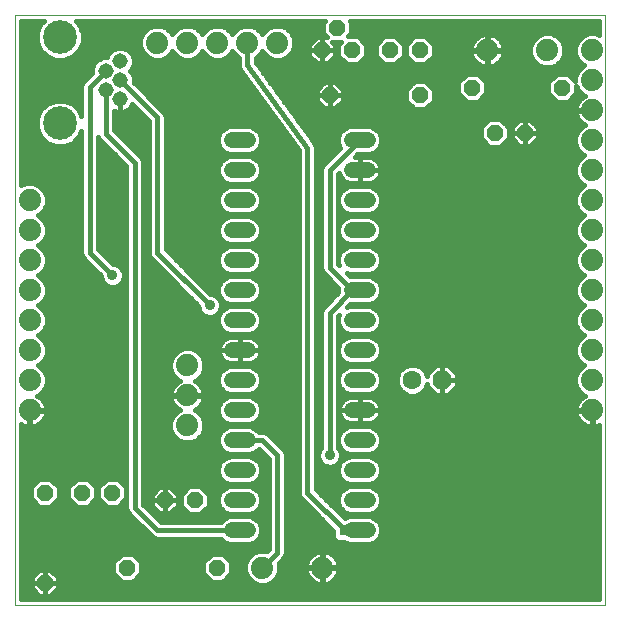
<source format=gbl>
G75*
%MOIN*%
%OFA0B0*%
%FSLAX25Y25*%
%IPPOS*%
%LPD*%
%AMOC8*
5,1,8,0,0,1.08239X$1,22.5*
%
%ADD10C,0.00000*%
%ADD11OC8,0.06300*%
%ADD12C,0.06300*%
%ADD13OC8,0.05200*%
%ADD14C,0.05200*%
%ADD15C,0.07400*%
%ADD16C,0.05150*%
%ADD17C,0.11220*%
%ADD18C,0.01600*%
%ADD19C,0.03562*%
%ADD20R,0.03562X0.03562*%
D10*
X0009867Y0002367D02*
X0009867Y0199217D01*
X0206717Y0199217D01*
X0206717Y0002367D01*
X0009867Y0002367D01*
D11*
X0152367Y0077367D03*
D12*
X0142367Y0077367D03*
D13*
X0077367Y0014867D03*
X0069867Y0037367D03*
X0059867Y0037367D03*
X0042367Y0039867D03*
X0032367Y0039867D03*
X0019867Y0039867D03*
X0047367Y0014867D03*
X0019867Y0009867D03*
X0169867Y0159867D03*
X0179867Y0159867D03*
X0192367Y0174867D03*
X0162367Y0174867D03*
X0144867Y0172367D03*
X0144867Y0187367D03*
X0134867Y0187367D03*
X0122367Y0187367D03*
X0117367Y0194867D03*
X0112367Y0187367D03*
X0114867Y0172367D03*
D14*
X0122267Y0157367D02*
X0127467Y0157367D01*
X0127467Y0147367D02*
X0122267Y0147367D01*
X0122267Y0137367D02*
X0127467Y0137367D01*
X0127467Y0127367D02*
X0122267Y0127367D01*
X0122267Y0117367D02*
X0127467Y0117367D01*
X0127467Y0107367D02*
X0122267Y0107367D01*
X0122267Y0097367D02*
X0127467Y0097367D01*
X0127467Y0087367D02*
X0122267Y0087367D01*
X0122267Y0077367D02*
X0127467Y0077367D01*
X0127467Y0067367D02*
X0122267Y0067367D01*
X0122267Y0057367D02*
X0127467Y0057367D01*
X0127467Y0047367D02*
X0122267Y0047367D01*
X0122267Y0037367D02*
X0127467Y0037367D01*
X0127467Y0027367D02*
X0122267Y0027367D01*
X0087467Y0027367D02*
X0082267Y0027367D01*
X0082267Y0037367D02*
X0087467Y0037367D01*
X0087467Y0047367D02*
X0082267Y0047367D01*
X0082267Y0057367D02*
X0087467Y0057367D01*
X0087467Y0067367D02*
X0082267Y0067367D01*
X0082267Y0077367D02*
X0087467Y0077367D01*
X0087467Y0087367D02*
X0082267Y0087367D01*
X0082267Y0097367D02*
X0087467Y0097367D01*
X0087467Y0107367D02*
X0082267Y0107367D01*
X0082267Y0117367D02*
X0087467Y0117367D01*
X0087467Y0127367D02*
X0082267Y0127367D01*
X0082267Y0137367D02*
X0087467Y0137367D01*
X0087467Y0147367D02*
X0082267Y0147367D01*
X0082267Y0157367D02*
X0087467Y0157367D01*
D15*
X0087367Y0189867D03*
X0097367Y0189867D03*
X0077367Y0189867D03*
X0067367Y0189867D03*
X0057367Y0189867D03*
X0014867Y0137367D03*
X0014867Y0127367D03*
X0014867Y0117367D03*
X0014867Y0107367D03*
X0014867Y0097367D03*
X0014867Y0087367D03*
X0014867Y0077367D03*
X0014867Y0067367D03*
X0067367Y0072367D03*
X0067367Y0082367D03*
X0067367Y0062367D03*
X0092367Y0014867D03*
X0112367Y0014867D03*
X0202367Y0067367D03*
X0202367Y0077367D03*
X0202367Y0087367D03*
X0202367Y0097367D03*
X0202367Y0107367D03*
X0202367Y0117367D03*
X0202367Y0127367D03*
X0202367Y0137367D03*
X0202367Y0147367D03*
X0202367Y0157367D03*
X0202367Y0167367D03*
X0202367Y0177367D03*
X0202367Y0187367D03*
X0187367Y0187367D03*
X0167367Y0187367D03*
D16*
X0044945Y0183666D03*
X0040221Y0180516D03*
X0044945Y0177367D03*
X0040221Y0174217D03*
X0044945Y0171067D03*
D17*
X0024867Y0162997D03*
X0024867Y0191737D03*
D18*
X0030149Y0197217D02*
X0113212Y0197217D01*
X0112767Y0196772D01*
X0112767Y0192961D01*
X0113961Y0191767D01*
X0112367Y0191767D01*
X0112367Y0187367D01*
X0116767Y0187367D01*
X0116767Y0189189D01*
X0115689Y0190267D01*
X0118761Y0190267D01*
X0117767Y0189272D01*
X0117767Y0185461D01*
X0120461Y0182767D01*
X0124272Y0182767D01*
X0126967Y0185461D01*
X0126967Y0189272D01*
X0124272Y0191967D01*
X0120972Y0191967D01*
X0121967Y0192961D01*
X0121967Y0196772D01*
X0121522Y0197217D01*
X0204717Y0197217D01*
X0204717Y0192563D01*
X0203500Y0193067D01*
X0201233Y0193067D01*
X0199138Y0192199D01*
X0197534Y0190595D01*
X0196667Y0188500D01*
X0196667Y0186233D01*
X0197534Y0184138D01*
X0199138Y0182534D01*
X0199543Y0182367D01*
X0199138Y0182199D01*
X0197534Y0180595D01*
X0196667Y0178500D01*
X0196667Y0177072D01*
X0194272Y0179467D01*
X0190461Y0179467D01*
X0187767Y0176772D01*
X0187767Y0172961D01*
X0190461Y0170267D01*
X0194272Y0170267D01*
X0196967Y0172961D01*
X0196967Y0175509D01*
X0197534Y0174138D01*
X0199138Y0172534D01*
X0199831Y0172247D01*
X0199484Y0172071D01*
X0198784Y0171562D01*
X0198171Y0170950D01*
X0197663Y0170249D01*
X0197270Y0169478D01*
X0197002Y0168655D01*
X0196867Y0167800D01*
X0196867Y0167567D01*
X0202167Y0167567D01*
X0202167Y0167167D01*
X0196867Y0167167D01*
X0196867Y0166934D01*
X0197002Y0166079D01*
X0197270Y0165255D01*
X0197663Y0164484D01*
X0198171Y0163784D01*
X0198784Y0163171D01*
X0199484Y0162663D01*
X0199831Y0162486D01*
X0199138Y0162199D01*
X0197534Y0160595D01*
X0196667Y0158500D01*
X0196667Y0156233D01*
X0197534Y0154138D01*
X0199138Y0152534D01*
X0199543Y0152367D01*
X0199138Y0152199D01*
X0197534Y0150595D01*
X0196667Y0148500D01*
X0196667Y0146233D01*
X0197534Y0144138D01*
X0199138Y0142534D01*
X0199543Y0142367D01*
X0199138Y0142199D01*
X0197534Y0140595D01*
X0196667Y0138500D01*
X0196667Y0136233D01*
X0197534Y0134138D01*
X0199138Y0132534D01*
X0199543Y0132367D01*
X0199138Y0132199D01*
X0197534Y0130595D01*
X0196667Y0128500D01*
X0196667Y0126233D01*
X0197534Y0124138D01*
X0199138Y0122534D01*
X0199543Y0122367D01*
X0199138Y0122199D01*
X0197534Y0120595D01*
X0196667Y0118500D01*
X0196667Y0116233D01*
X0197534Y0114138D01*
X0199138Y0112534D01*
X0199543Y0112367D01*
X0199138Y0112199D01*
X0197534Y0110595D01*
X0196667Y0108500D01*
X0196667Y0106233D01*
X0197534Y0104138D01*
X0199138Y0102534D01*
X0199543Y0102367D01*
X0199138Y0102199D01*
X0197534Y0100595D01*
X0196667Y0098500D01*
X0196667Y0096233D01*
X0197534Y0094138D01*
X0199138Y0092534D01*
X0199543Y0092367D01*
X0199138Y0092199D01*
X0197534Y0090595D01*
X0196667Y0088500D01*
X0196667Y0086233D01*
X0197534Y0084138D01*
X0199138Y0082534D01*
X0199543Y0082367D01*
X0199138Y0082199D01*
X0197534Y0080595D01*
X0196667Y0078500D01*
X0196667Y0076233D01*
X0197534Y0074138D01*
X0199138Y0072534D01*
X0199831Y0072247D01*
X0199484Y0072071D01*
X0198784Y0071562D01*
X0198171Y0070950D01*
X0197663Y0070249D01*
X0197270Y0069478D01*
X0197002Y0068655D01*
X0196867Y0067800D01*
X0196867Y0067567D01*
X0202167Y0067567D01*
X0202167Y0067167D01*
X0202567Y0067167D01*
X0202567Y0061867D01*
X0202800Y0061867D01*
X0203655Y0062002D01*
X0204478Y0062270D01*
X0204717Y0062391D01*
X0204717Y0004367D01*
X0011867Y0004367D01*
X0011867Y0062748D01*
X0011984Y0062663D01*
X0012755Y0062270D01*
X0013579Y0062002D01*
X0014434Y0061867D01*
X0014667Y0061867D01*
X0014667Y0067167D01*
X0015067Y0067167D01*
X0015067Y0067567D01*
X0020367Y0067567D01*
X0020367Y0067800D01*
X0020231Y0068655D01*
X0019964Y0069478D01*
X0019571Y0070249D01*
X0019062Y0070950D01*
X0018450Y0071562D01*
X0017749Y0072071D01*
X0017402Y0072247D01*
X0018095Y0072534D01*
X0019699Y0074138D01*
X0020567Y0076233D01*
X0020567Y0078500D01*
X0019699Y0080595D01*
X0018095Y0082199D01*
X0017690Y0082367D01*
X0018095Y0082534D01*
X0019699Y0084138D01*
X0020567Y0086233D01*
X0020567Y0088500D01*
X0019699Y0090595D01*
X0018095Y0092199D01*
X0017690Y0092367D01*
X0018095Y0092534D01*
X0019699Y0094138D01*
X0020567Y0096233D01*
X0020567Y0098500D01*
X0019699Y0100595D01*
X0018095Y0102199D01*
X0017690Y0102367D01*
X0018095Y0102534D01*
X0019699Y0104138D01*
X0020567Y0106233D01*
X0020567Y0108500D01*
X0019699Y0110595D01*
X0018095Y0112199D01*
X0017690Y0112367D01*
X0018095Y0112534D01*
X0019699Y0114138D01*
X0020567Y0116233D01*
X0020567Y0118500D01*
X0019699Y0120595D01*
X0018095Y0122199D01*
X0017690Y0122367D01*
X0018095Y0122534D01*
X0019699Y0124138D01*
X0020567Y0126233D01*
X0020567Y0128500D01*
X0019699Y0130595D01*
X0018095Y0132199D01*
X0017690Y0132367D01*
X0018095Y0132534D01*
X0019699Y0134138D01*
X0020567Y0136233D01*
X0020567Y0138500D01*
X0019699Y0140595D01*
X0018095Y0142199D01*
X0016000Y0143067D01*
X0013733Y0143067D01*
X0011867Y0142294D01*
X0011867Y0197217D01*
X0019584Y0197217D01*
X0018415Y0196048D01*
X0017256Y0193251D01*
X0017256Y0190223D01*
X0018415Y0187426D01*
X0020556Y0185285D01*
X0023353Y0184127D01*
X0026380Y0184127D01*
X0029178Y0185285D01*
X0031318Y0187426D01*
X0032477Y0190223D01*
X0032477Y0193251D01*
X0031318Y0196048D01*
X0030149Y0197217D01*
X0031426Y0195787D02*
X0112767Y0195787D01*
X0112767Y0194188D02*
X0101106Y0194188D01*
X0100595Y0194699D02*
X0098500Y0195567D01*
X0096233Y0195567D01*
X0094138Y0194699D01*
X0092534Y0193095D01*
X0092367Y0192690D01*
X0092199Y0193095D01*
X0090595Y0194699D01*
X0088500Y0195567D01*
X0086233Y0195567D01*
X0084138Y0194699D01*
X0082534Y0193095D01*
X0082367Y0192690D01*
X0082199Y0193095D01*
X0080595Y0194699D01*
X0078500Y0195567D01*
X0076233Y0195567D01*
X0074138Y0194699D01*
X0072534Y0193095D01*
X0072367Y0192690D01*
X0072199Y0193095D01*
X0070595Y0194699D01*
X0068500Y0195567D01*
X0066233Y0195567D01*
X0064138Y0194699D01*
X0062534Y0193095D01*
X0062367Y0192690D01*
X0062199Y0193095D01*
X0060595Y0194699D01*
X0058500Y0195567D01*
X0056233Y0195567D01*
X0054138Y0194699D01*
X0052534Y0193095D01*
X0051667Y0191000D01*
X0051667Y0188733D01*
X0052534Y0186638D01*
X0054138Y0185034D01*
X0056233Y0184167D01*
X0058500Y0184167D01*
X0060595Y0185034D01*
X0062199Y0186638D01*
X0062367Y0187043D01*
X0062534Y0186638D01*
X0064138Y0185034D01*
X0066233Y0184167D01*
X0068500Y0184167D01*
X0070595Y0185034D01*
X0072199Y0186638D01*
X0072367Y0187043D01*
X0072534Y0186638D01*
X0074138Y0185034D01*
X0076233Y0184167D01*
X0078500Y0184167D01*
X0080595Y0185034D01*
X0082199Y0186638D01*
X0082367Y0187043D01*
X0082534Y0186638D01*
X0084138Y0185034D01*
X0084567Y0184857D01*
X0084567Y0182586D01*
X0084514Y0182253D01*
X0084567Y0182035D01*
X0084567Y0181810D01*
X0084696Y0181498D01*
X0084775Y0181170D01*
X0084907Y0180988D01*
X0084993Y0180781D01*
X0085231Y0180542D01*
X0104567Y0153956D01*
X0104567Y0039310D01*
X0104993Y0038281D01*
X0105781Y0037493D01*
X0116086Y0027188D01*
X0116086Y0024757D01*
X0117257Y0023586D01*
X0119542Y0023586D01*
X0119661Y0023467D01*
X0121352Y0022767D01*
X0128382Y0022767D01*
X0130072Y0023467D01*
X0131366Y0024761D01*
X0132067Y0026452D01*
X0132067Y0028282D01*
X0131366Y0029972D01*
X0130072Y0031266D01*
X0128382Y0031967D01*
X0121352Y0031967D01*
X0119849Y0031344D01*
X0110167Y0041026D01*
X0110167Y0154647D01*
X0110219Y0154980D01*
X0110167Y0155199D01*
X0110167Y0155424D01*
X0110038Y0155735D01*
X0109959Y0156063D01*
X0109826Y0156245D01*
X0109740Y0156453D01*
X0109502Y0156691D01*
X0090167Y0183277D01*
X0090167Y0184857D01*
X0090595Y0185034D01*
X0092199Y0186638D01*
X0092367Y0187043D01*
X0092534Y0186638D01*
X0094138Y0185034D01*
X0096233Y0184167D01*
X0098500Y0184167D01*
X0100595Y0185034D01*
X0102199Y0186638D01*
X0103067Y0188733D01*
X0103067Y0191000D01*
X0102199Y0193095D01*
X0100595Y0194699D01*
X0102408Y0192590D02*
X0113138Y0192590D01*
X0112367Y0191767D02*
X0110544Y0191767D01*
X0107967Y0189189D01*
X0107967Y0187367D01*
X0112367Y0187367D01*
X0112367Y0187367D01*
X0112367Y0187367D01*
X0116767Y0187367D01*
X0116767Y0185544D01*
X0114189Y0182967D01*
X0112367Y0182967D01*
X0112367Y0187367D01*
X0112367Y0191767D01*
X0112367Y0190991D02*
X0112367Y0190991D01*
X0112367Y0189392D02*
X0112367Y0189392D01*
X0112367Y0187794D02*
X0112367Y0187794D01*
X0112367Y0187367D02*
X0112367Y0187367D01*
X0112367Y0187367D01*
X0112367Y0182967D01*
X0110544Y0182967D01*
X0107967Y0185544D01*
X0107967Y0187367D01*
X0112367Y0187367D01*
X0112367Y0186195D02*
X0112367Y0186195D01*
X0112367Y0184597D02*
X0112367Y0184597D01*
X0112367Y0182998D02*
X0112367Y0182998D01*
X0114221Y0182998D02*
X0120229Y0182998D01*
X0118631Y0184597D02*
X0115819Y0184597D01*
X0116767Y0186195D02*
X0117767Y0186195D01*
X0117767Y0187794D02*
X0116767Y0187794D01*
X0116563Y0189392D02*
X0117887Y0189392D01*
X0121595Y0192590D02*
X0165643Y0192590D01*
X0165255Y0192464D02*
X0164484Y0192071D01*
X0163784Y0191562D01*
X0163171Y0190950D01*
X0162663Y0190249D01*
X0162270Y0189478D01*
X0162002Y0188655D01*
X0161867Y0187800D01*
X0161867Y0187567D01*
X0167167Y0187567D01*
X0167167Y0192867D01*
X0166934Y0192867D01*
X0166079Y0192731D01*
X0165255Y0192464D01*
X0167167Y0192590D02*
X0167567Y0192590D01*
X0167567Y0192867D02*
X0167567Y0187567D01*
X0167167Y0187567D01*
X0167167Y0187167D01*
X0161867Y0187167D01*
X0161867Y0186934D01*
X0162002Y0186079D01*
X0162270Y0185255D01*
X0162663Y0184484D01*
X0163171Y0183784D01*
X0163784Y0183171D01*
X0164484Y0182663D01*
X0165255Y0182270D01*
X0166079Y0182002D01*
X0166934Y0181867D01*
X0167167Y0181867D01*
X0167167Y0187167D01*
X0167567Y0187167D01*
X0167567Y0187567D01*
X0172867Y0187567D01*
X0172867Y0187800D01*
X0172731Y0188655D01*
X0172464Y0189478D01*
X0172071Y0190249D01*
X0171562Y0190950D01*
X0170950Y0191562D01*
X0170249Y0192071D01*
X0169478Y0192464D01*
X0168655Y0192731D01*
X0167800Y0192867D01*
X0167567Y0192867D01*
X0169091Y0192590D02*
X0185081Y0192590D01*
X0184138Y0192199D02*
X0182534Y0190595D01*
X0181667Y0188500D01*
X0181667Y0186233D01*
X0182534Y0184138D01*
X0184138Y0182534D01*
X0186233Y0181667D01*
X0188500Y0181667D01*
X0190595Y0182534D01*
X0192199Y0184138D01*
X0193067Y0186233D01*
X0193067Y0188500D01*
X0192199Y0190595D01*
X0190595Y0192199D01*
X0188500Y0193067D01*
X0186233Y0193067D01*
X0184138Y0192199D01*
X0182930Y0190991D02*
X0171520Y0190991D01*
X0172491Y0189392D02*
X0182036Y0189392D01*
X0181667Y0187794D02*
X0172867Y0187794D01*
X0172867Y0187167D02*
X0167567Y0187167D01*
X0167567Y0181867D01*
X0167800Y0181867D01*
X0168655Y0182002D01*
X0169478Y0182270D01*
X0170249Y0182663D01*
X0170950Y0183171D01*
X0171562Y0183784D01*
X0172071Y0184484D01*
X0172464Y0185255D01*
X0172731Y0186079D01*
X0172867Y0186934D01*
X0172867Y0187167D01*
X0172750Y0186195D02*
X0181682Y0186195D01*
X0182344Y0184597D02*
X0172128Y0184597D01*
X0170711Y0182998D02*
X0183674Y0182998D01*
X0189198Y0178203D02*
X0165536Y0178203D01*
X0164272Y0179467D02*
X0166967Y0176772D01*
X0166967Y0172961D01*
X0164272Y0170267D01*
X0160461Y0170267D01*
X0157767Y0172961D01*
X0157767Y0176772D01*
X0160461Y0179467D01*
X0164272Y0179467D01*
X0164022Y0182998D02*
X0147004Y0182998D01*
X0146772Y0182767D02*
X0149467Y0185461D01*
X0149467Y0189272D01*
X0146772Y0191967D01*
X0142961Y0191967D01*
X0140267Y0189272D01*
X0140267Y0185461D01*
X0142961Y0182767D01*
X0146772Y0182767D01*
X0148602Y0184597D02*
X0162605Y0184597D01*
X0161984Y0186195D02*
X0149467Y0186195D01*
X0149467Y0187794D02*
X0161867Y0187794D01*
X0162242Y0189392D02*
X0149346Y0189392D01*
X0147748Y0190991D02*
X0163213Y0190991D01*
X0167167Y0190991D02*
X0167567Y0190991D01*
X0167567Y0189392D02*
X0167167Y0189392D01*
X0167167Y0187794D02*
X0167567Y0187794D01*
X0167567Y0186195D02*
X0167167Y0186195D01*
X0167167Y0184597D02*
X0167567Y0184597D01*
X0167567Y0182998D02*
X0167167Y0182998D01*
X0159198Y0178203D02*
X0093857Y0178203D01*
X0092694Y0179801D02*
X0197206Y0179801D01*
X0196667Y0178203D02*
X0195536Y0178203D01*
X0196967Y0175006D02*
X0197175Y0175006D01*
X0196967Y0173407D02*
X0198265Y0173407D01*
X0199124Y0171809D02*
X0195814Y0171809D01*
X0197643Y0170210D02*
X0149216Y0170210D01*
X0149467Y0170461D02*
X0146772Y0167767D01*
X0142961Y0167767D01*
X0140267Y0170461D01*
X0140267Y0174272D01*
X0142961Y0176967D01*
X0146772Y0176967D01*
X0149467Y0174272D01*
X0149467Y0170461D01*
X0149467Y0171809D02*
X0158919Y0171809D01*
X0157767Y0173407D02*
X0149467Y0173407D01*
X0148733Y0175006D02*
X0157767Y0175006D01*
X0157767Y0176604D02*
X0147134Y0176604D01*
X0142599Y0176604D02*
X0116851Y0176604D01*
X0116689Y0176767D02*
X0114867Y0176767D01*
X0114867Y0172367D01*
X0119267Y0172367D01*
X0119267Y0174189D01*
X0116689Y0176767D01*
X0114867Y0176767D02*
X0113044Y0176767D01*
X0110467Y0174189D01*
X0110467Y0172367D01*
X0114867Y0172367D01*
X0114867Y0172367D01*
X0114867Y0172367D01*
X0119267Y0172367D01*
X0119267Y0170544D01*
X0116689Y0167967D01*
X0114867Y0167967D01*
X0114867Y0172367D01*
X0114867Y0176767D01*
X0114867Y0176604D02*
X0114867Y0176604D01*
X0114867Y0175006D02*
X0114867Y0175006D01*
X0114867Y0173407D02*
X0114867Y0173407D01*
X0114867Y0172367D02*
X0114867Y0172367D01*
X0114867Y0172367D01*
X0114867Y0167967D01*
X0113044Y0167967D01*
X0110467Y0170544D01*
X0110467Y0172367D01*
X0114867Y0172367D01*
X0114867Y0171809D02*
X0114867Y0171809D01*
X0114867Y0170210D02*
X0114867Y0170210D01*
X0114867Y0168612D02*
X0114867Y0168612D01*
X0112399Y0168612D02*
X0100832Y0168612D01*
X0099670Y0170210D02*
X0110800Y0170210D01*
X0110467Y0171809D02*
X0098507Y0171809D01*
X0097345Y0173407D02*
X0110467Y0173407D01*
X0111283Y0175006D02*
X0096182Y0175006D01*
X0095020Y0176604D02*
X0112882Y0176604D01*
X0118450Y0175006D02*
X0141001Y0175006D01*
X0140267Y0173407D02*
X0119267Y0173407D01*
X0119267Y0171809D02*
X0140267Y0171809D01*
X0140518Y0170210D02*
X0118933Y0170210D01*
X0117334Y0168612D02*
X0142116Y0168612D01*
X0147617Y0168612D02*
X0196995Y0168612D01*
X0196867Y0167013D02*
X0101995Y0167013D01*
X0103157Y0165415D02*
X0197218Y0165415D01*
X0198148Y0163816D02*
X0182140Y0163816D01*
X0181689Y0164267D02*
X0179867Y0164267D01*
X0179867Y0159867D01*
X0184267Y0159867D01*
X0184267Y0161689D01*
X0181689Y0164267D01*
X0179867Y0164267D02*
X0178044Y0164267D01*
X0175467Y0161689D01*
X0175467Y0159867D01*
X0179867Y0159867D01*
X0179867Y0159867D01*
X0179867Y0159867D01*
X0184267Y0159867D01*
X0184267Y0158044D01*
X0181689Y0155467D01*
X0179867Y0155467D01*
X0179867Y0159867D01*
X0179867Y0164267D01*
X0179867Y0163816D02*
X0179867Y0163816D01*
X0179867Y0162218D02*
X0179867Y0162218D01*
X0179867Y0160619D02*
X0179867Y0160619D01*
X0179867Y0159867D02*
X0179867Y0159867D01*
X0179867Y0159867D01*
X0179867Y0155467D01*
X0178044Y0155467D01*
X0175467Y0158044D01*
X0175467Y0159867D01*
X0179867Y0159867D01*
X0179867Y0159021D02*
X0179867Y0159021D01*
X0179867Y0157422D02*
X0179867Y0157422D01*
X0179867Y0155824D02*
X0179867Y0155824D01*
X0182046Y0155824D02*
X0196836Y0155824D01*
X0196667Y0157422D02*
X0183645Y0157422D01*
X0184267Y0159021D02*
X0196882Y0159021D01*
X0197558Y0160619D02*
X0184267Y0160619D01*
X0183738Y0162218D02*
X0199184Y0162218D01*
X0197498Y0154225D02*
X0130831Y0154225D01*
X0131366Y0154761D02*
X0132067Y0156452D01*
X0132067Y0158282D01*
X0131366Y0159972D01*
X0130072Y0161266D01*
X0128382Y0161967D01*
X0121352Y0161967D01*
X0119661Y0161266D01*
X0118367Y0159972D01*
X0117667Y0158282D01*
X0117667Y0156452D01*
X0118348Y0154807D01*
X0113281Y0149740D01*
X0112493Y0148953D01*
X0112067Y0147924D01*
X0112067Y0114310D01*
X0112493Y0113281D01*
X0117667Y0108107D01*
X0117667Y0106626D01*
X0113281Y0102240D01*
X0112493Y0101453D01*
X0112067Y0100424D01*
X0112067Y0054914D01*
X0111661Y0054508D01*
X0111086Y0053119D01*
X0111086Y0051615D01*
X0111661Y0050225D01*
X0112725Y0049161D01*
X0114115Y0048586D01*
X0115619Y0048586D01*
X0117008Y0049161D01*
X0118072Y0050225D01*
X0118648Y0051615D01*
X0118648Y0053119D01*
X0118072Y0054508D01*
X0117667Y0054914D01*
X0117667Y0098707D01*
X0117967Y0099008D01*
X0117667Y0098282D01*
X0117667Y0096452D01*
X0118367Y0094761D01*
X0119661Y0093467D01*
X0121352Y0092767D01*
X0128382Y0092767D01*
X0130072Y0093467D01*
X0131366Y0094761D01*
X0132067Y0096452D01*
X0132067Y0098282D01*
X0131366Y0099972D01*
X0130072Y0101266D01*
X0128382Y0101967D01*
X0121352Y0101967D01*
X0120626Y0101666D01*
X0121726Y0102767D01*
X0128382Y0102767D01*
X0130072Y0103467D01*
X0131366Y0104761D01*
X0132067Y0106452D01*
X0132067Y0108282D01*
X0131366Y0109972D01*
X0130072Y0111266D01*
X0128382Y0111967D01*
X0121726Y0111967D01*
X0120626Y0113067D01*
X0121352Y0112767D01*
X0128382Y0112767D01*
X0130072Y0113467D01*
X0131366Y0114761D01*
X0132067Y0116452D01*
X0132067Y0118282D01*
X0131366Y0119972D01*
X0130072Y0121266D01*
X0128382Y0121967D01*
X0121352Y0121967D01*
X0119661Y0121266D01*
X0118367Y0119972D01*
X0117667Y0118282D01*
X0117667Y0116452D01*
X0117967Y0115726D01*
X0117667Y0116026D01*
X0117667Y0146207D01*
X0117951Y0146491D01*
X0117975Y0146336D01*
X0118189Y0145678D01*
X0118503Y0145061D01*
X0118911Y0144500D01*
X0119400Y0144011D01*
X0119961Y0143603D01*
X0120578Y0143289D01*
X0121236Y0143075D01*
X0121920Y0142967D01*
X0124867Y0142967D01*
X0127813Y0142967D01*
X0128497Y0143075D01*
X0129156Y0143289D01*
X0129773Y0143603D01*
X0130333Y0144011D01*
X0130823Y0144500D01*
X0131230Y0145061D01*
X0131544Y0145678D01*
X0131758Y0146336D01*
X0131867Y0147020D01*
X0131867Y0147367D01*
X0131867Y0147713D01*
X0131758Y0148397D01*
X0131544Y0149056D01*
X0131230Y0149673D01*
X0130823Y0150233D01*
X0130333Y0150723D01*
X0129773Y0151130D01*
X0129156Y0151444D01*
X0128497Y0151658D01*
X0127813Y0151767D01*
X0124867Y0151767D01*
X0124867Y0147367D01*
X0124867Y0147367D01*
X0131867Y0147367D01*
X0124867Y0147367D01*
X0124867Y0147367D01*
X0124867Y0151767D01*
X0123226Y0151767D01*
X0124226Y0152767D01*
X0128382Y0152767D01*
X0130072Y0153467D01*
X0131366Y0154761D01*
X0131807Y0155824D02*
X0167404Y0155824D01*
X0167961Y0155267D02*
X0171772Y0155267D01*
X0174467Y0157961D01*
X0174467Y0161772D01*
X0171772Y0164467D01*
X0167961Y0164467D01*
X0165267Y0161772D01*
X0165267Y0157961D01*
X0167961Y0155267D01*
X0165806Y0157422D02*
X0132067Y0157422D01*
X0131761Y0159021D02*
X0165267Y0159021D01*
X0165267Y0160619D02*
X0130719Y0160619D01*
X0124867Y0157367D02*
X0114867Y0147367D01*
X0114867Y0114867D01*
X0122367Y0107367D01*
X0114867Y0099867D01*
X0114867Y0052367D01*
X0111251Y0053519D02*
X0110167Y0053519D01*
X0110167Y0051921D02*
X0111086Y0051921D01*
X0111621Y0050322D02*
X0110167Y0050322D01*
X0110167Y0048723D02*
X0113782Y0048723D01*
X0115952Y0048723D02*
X0117850Y0048723D01*
X0117667Y0048282D02*
X0117667Y0046452D01*
X0118367Y0044761D01*
X0119661Y0043467D01*
X0121352Y0042767D01*
X0128382Y0042767D01*
X0130072Y0043467D01*
X0131366Y0044761D01*
X0132067Y0046452D01*
X0132067Y0048282D01*
X0131366Y0049972D01*
X0130072Y0051266D01*
X0128382Y0051967D01*
X0121352Y0051967D01*
X0119661Y0051266D01*
X0118367Y0049972D01*
X0117667Y0048282D01*
X0117667Y0047125D02*
X0110167Y0047125D01*
X0110167Y0045526D02*
X0118050Y0045526D01*
X0119200Y0043928D02*
X0110167Y0043928D01*
X0110167Y0042329D02*
X0204717Y0042329D01*
X0204717Y0040731D02*
X0130608Y0040731D01*
X0130072Y0041266D02*
X0131366Y0039972D01*
X0132067Y0038282D01*
X0132067Y0036452D01*
X0131366Y0034761D01*
X0130072Y0033467D01*
X0128382Y0032767D01*
X0121352Y0032767D01*
X0119661Y0033467D01*
X0118367Y0034761D01*
X0117667Y0036452D01*
X0117667Y0038282D01*
X0118367Y0039972D01*
X0119661Y0041266D01*
X0121352Y0041967D01*
X0128382Y0041967D01*
X0130072Y0041266D01*
X0131714Y0039132D02*
X0204717Y0039132D01*
X0204717Y0037534D02*
X0132067Y0037534D01*
X0131853Y0035935D02*
X0204717Y0035935D01*
X0204717Y0034337D02*
X0130942Y0034337D01*
X0130199Y0031140D02*
X0204717Y0031140D01*
X0204717Y0032738D02*
X0118455Y0032738D01*
X0118791Y0034337D02*
X0116856Y0034337D01*
X0117880Y0035935D02*
X0115258Y0035935D01*
X0113659Y0037534D02*
X0117667Y0037534D01*
X0118019Y0039132D02*
X0112061Y0039132D01*
X0110462Y0040731D02*
X0119126Y0040731D01*
X0110535Y0032738D02*
X0100167Y0032738D01*
X0100167Y0031140D02*
X0112134Y0031140D01*
X0113732Y0029541D02*
X0100167Y0029541D01*
X0100167Y0027943D02*
X0115331Y0027943D01*
X0116086Y0026344D02*
X0100167Y0026344D01*
X0100167Y0024746D02*
X0116097Y0024746D01*
X0119867Y0027367D02*
X0107367Y0039867D01*
X0107367Y0154867D01*
X0087367Y0182367D01*
X0087367Y0189867D01*
X0091106Y0194188D02*
X0093627Y0194188D01*
X0092977Y0186195D02*
X0091756Y0186195D01*
X0090167Y0184597D02*
X0095194Y0184597D01*
X0091532Y0181400D02*
X0198339Y0181400D01*
X0198674Y0182998D02*
X0191059Y0182998D01*
X0192389Y0184597D02*
X0197344Y0184597D01*
X0196682Y0186195D02*
X0193051Y0186195D01*
X0193067Y0187794D02*
X0196667Y0187794D01*
X0197036Y0189392D02*
X0192697Y0189392D01*
X0191803Y0190991D02*
X0197930Y0190991D01*
X0200081Y0192590D02*
X0189652Y0192590D01*
X0204652Y0192590D02*
X0204717Y0192590D01*
X0204717Y0194188D02*
X0121967Y0194188D01*
X0121967Y0195787D02*
X0204717Y0195787D01*
X0187767Y0176604D02*
X0166967Y0176604D01*
X0166967Y0175006D02*
X0187767Y0175006D01*
X0187767Y0173407D02*
X0166967Y0173407D01*
X0165814Y0171809D02*
X0188919Y0171809D01*
X0177594Y0163816D02*
X0172422Y0163816D01*
X0174021Y0162218D02*
X0175995Y0162218D01*
X0175467Y0160619D02*
X0174467Y0160619D01*
X0174467Y0159021D02*
X0175467Y0159021D01*
X0176089Y0157422D02*
X0173928Y0157422D01*
X0172329Y0155824D02*
X0177687Y0155824D01*
X0167311Y0163816D02*
X0104320Y0163816D01*
X0105483Y0162218D02*
X0165712Y0162218D01*
X0142729Y0182998D02*
X0137004Y0182998D01*
X0136772Y0182767D02*
X0139467Y0185461D01*
X0139467Y0189272D01*
X0136772Y0191967D01*
X0132961Y0191967D01*
X0130267Y0189272D01*
X0130267Y0185461D01*
X0132961Y0182767D01*
X0136772Y0182767D01*
X0138602Y0184597D02*
X0141131Y0184597D01*
X0140267Y0186195D02*
X0139467Y0186195D01*
X0139467Y0187794D02*
X0140267Y0187794D01*
X0140387Y0189392D02*
X0139346Y0189392D01*
X0137748Y0190991D02*
X0141986Y0190991D01*
X0132729Y0182998D02*
X0124504Y0182998D01*
X0126102Y0184597D02*
X0131131Y0184597D01*
X0130267Y0186195D02*
X0126967Y0186195D01*
X0126967Y0187794D02*
X0130267Y0187794D01*
X0130387Y0189392D02*
X0126846Y0189392D01*
X0125248Y0190991D02*
X0131986Y0190991D01*
X0109768Y0190991D02*
X0103067Y0190991D01*
X0103067Y0189392D02*
X0108170Y0189392D01*
X0107967Y0187794D02*
X0102678Y0187794D01*
X0101756Y0186195D02*
X0107967Y0186195D01*
X0108914Y0184597D02*
X0099539Y0184597D01*
X0090369Y0182998D02*
X0110512Y0182998D01*
X0093908Y0168612D02*
X0057660Y0168612D01*
X0056061Y0170210D02*
X0092745Y0170210D01*
X0091583Y0171809D02*
X0054463Y0171809D01*
X0052864Y0173407D02*
X0090420Y0173407D01*
X0089258Y0175006D02*
X0051266Y0175006D01*
X0049667Y0176604D02*
X0088095Y0176604D01*
X0086933Y0178203D02*
X0049520Y0178203D01*
X0049520Y0178277D02*
X0048824Y0179958D01*
X0048266Y0180516D01*
X0048824Y0181074D01*
X0049520Y0182756D01*
X0049520Y0184576D01*
X0048824Y0186257D01*
X0047537Y0187544D01*
X0045855Y0188241D01*
X0044035Y0188241D01*
X0042354Y0187544D01*
X0041067Y0186257D01*
X0040584Y0185091D01*
X0039311Y0185091D01*
X0037630Y0184395D01*
X0036343Y0183108D01*
X0035646Y0181426D01*
X0035646Y0179901D01*
X0032493Y0176748D01*
X0032067Y0175719D01*
X0032067Y0165501D01*
X0031318Y0167307D01*
X0029178Y0169448D01*
X0026380Y0170607D01*
X0023353Y0170607D01*
X0020556Y0169448D01*
X0018415Y0167307D01*
X0017256Y0164510D01*
X0017256Y0161483D01*
X0018415Y0158686D01*
X0020556Y0156545D01*
X0023353Y0155386D01*
X0026380Y0155386D01*
X0029178Y0156545D01*
X0031318Y0158686D01*
X0032067Y0160492D01*
X0032067Y0119310D01*
X0032493Y0118281D01*
X0033281Y0117493D01*
X0038586Y0112188D01*
X0038586Y0111615D01*
X0039161Y0110225D01*
X0040225Y0109161D01*
X0041615Y0108586D01*
X0043119Y0108586D01*
X0044508Y0109161D01*
X0045572Y0110225D01*
X0046148Y0111615D01*
X0046148Y0113119D01*
X0045572Y0114508D01*
X0044508Y0115572D01*
X0043119Y0116148D01*
X0042545Y0116148D01*
X0037667Y0121026D01*
X0037667Y0158362D01*
X0037847Y0157926D01*
X0047067Y0148707D01*
X0047067Y0034310D01*
X0047493Y0033281D01*
X0048281Y0032493D01*
X0055781Y0024993D01*
X0056810Y0024567D01*
X0078561Y0024567D01*
X0079661Y0023467D01*
X0081352Y0022767D01*
X0088382Y0022767D01*
X0090072Y0023467D01*
X0091366Y0024761D01*
X0092067Y0026452D01*
X0092067Y0028282D01*
X0091366Y0029972D01*
X0090072Y0031266D01*
X0088382Y0031967D01*
X0081352Y0031967D01*
X0079661Y0031266D01*
X0078561Y0030167D01*
X0058526Y0030167D01*
X0052667Y0036026D01*
X0052667Y0150424D01*
X0052240Y0151453D01*
X0043021Y0160672D01*
X0043021Y0167138D01*
X0043266Y0167013D01*
X0043921Y0166800D01*
X0044601Y0166693D01*
X0044945Y0166693D01*
X0044945Y0171067D01*
X0044945Y0171067D01*
X0044945Y0166693D01*
X0045290Y0166693D01*
X0045970Y0166800D01*
X0046625Y0167013D01*
X0047238Y0167326D01*
X0047795Y0167731D01*
X0048282Y0168217D01*
X0048687Y0168775D01*
X0048988Y0169365D01*
X0054567Y0163786D01*
X0054567Y0119310D01*
X0054993Y0118281D01*
X0055781Y0117493D01*
X0071086Y0102188D01*
X0071086Y0101615D01*
X0071661Y0100225D01*
X0072725Y0099161D01*
X0074115Y0098586D01*
X0075619Y0098586D01*
X0077008Y0099161D01*
X0078072Y0100225D01*
X0078648Y0101615D01*
X0078648Y0103119D01*
X0078072Y0104508D01*
X0077008Y0105572D01*
X0075619Y0106148D01*
X0075045Y0106148D01*
X0060167Y0121026D01*
X0060167Y0165502D01*
X0059740Y0166531D01*
X0049520Y0176752D01*
X0049520Y0178277D01*
X0048889Y0179801D02*
X0085770Y0179801D01*
X0084719Y0181400D02*
X0048959Y0181400D01*
X0049520Y0182998D02*
X0084567Y0182998D01*
X0084567Y0184597D02*
X0079539Y0184597D01*
X0081756Y0186195D02*
X0082977Y0186195D01*
X0075194Y0184597D02*
X0069539Y0184597D01*
X0071756Y0186195D02*
X0072977Y0186195D01*
X0065194Y0184597D02*
X0059539Y0184597D01*
X0061756Y0186195D02*
X0062977Y0186195D01*
X0055194Y0184597D02*
X0049511Y0184597D01*
X0048849Y0186195D02*
X0052977Y0186195D01*
X0052056Y0187794D02*
X0046934Y0187794D01*
X0042957Y0187794D02*
X0031471Y0187794D01*
X0032133Y0189392D02*
X0051667Y0189392D01*
X0051667Y0190991D02*
X0032477Y0190991D01*
X0032477Y0192590D02*
X0052325Y0192590D01*
X0053627Y0194188D02*
X0032089Y0194188D01*
X0030088Y0186195D02*
X0041041Y0186195D01*
X0038118Y0184597D02*
X0027516Y0184597D01*
X0022217Y0184597D02*
X0011867Y0184597D01*
X0011867Y0186195D02*
X0019645Y0186195D01*
X0018263Y0187794D02*
X0011867Y0187794D01*
X0011867Y0189392D02*
X0017600Y0189392D01*
X0017256Y0190991D02*
X0011867Y0190991D01*
X0011867Y0192590D02*
X0017256Y0192590D01*
X0017645Y0194188D02*
X0011867Y0194188D01*
X0011867Y0195787D02*
X0018307Y0195787D01*
X0011867Y0182998D02*
X0036297Y0182998D01*
X0035646Y0181400D02*
X0011867Y0181400D01*
X0011867Y0179801D02*
X0035546Y0179801D01*
X0033948Y0178203D02*
X0011867Y0178203D01*
X0011867Y0176604D02*
X0032433Y0176604D01*
X0032067Y0175006D02*
X0011867Y0175006D01*
X0011867Y0173407D02*
X0032067Y0173407D01*
X0032067Y0171809D02*
X0011867Y0171809D01*
X0011867Y0170210D02*
X0022396Y0170210D01*
X0019719Y0168612D02*
X0011867Y0168612D01*
X0011867Y0167013D02*
X0018293Y0167013D01*
X0017631Y0165415D02*
X0011867Y0165415D01*
X0011867Y0163816D02*
X0017256Y0163816D01*
X0017256Y0162218D02*
X0011867Y0162218D01*
X0011867Y0160619D02*
X0017614Y0160619D01*
X0018276Y0159021D02*
X0011867Y0159021D01*
X0011867Y0157422D02*
X0019678Y0157422D01*
X0022297Y0155824D02*
X0011867Y0155824D01*
X0011867Y0154225D02*
X0032067Y0154225D01*
X0032067Y0152627D02*
X0011867Y0152627D01*
X0011867Y0151028D02*
X0032067Y0151028D01*
X0032067Y0149430D02*
X0011867Y0149430D01*
X0011867Y0147831D02*
X0032067Y0147831D01*
X0032067Y0146233D02*
X0011867Y0146233D01*
X0011867Y0144634D02*
X0032067Y0144634D01*
X0032067Y0143036D02*
X0016075Y0143036D01*
X0013658Y0143036D02*
X0011867Y0143036D01*
X0018857Y0141437D02*
X0032067Y0141437D01*
X0032067Y0139839D02*
X0020012Y0139839D01*
X0020567Y0138240D02*
X0032067Y0138240D01*
X0032067Y0136642D02*
X0020567Y0136642D01*
X0020074Y0135043D02*
X0032067Y0135043D01*
X0032067Y0133445D02*
X0019006Y0133445D01*
X0018448Y0131846D02*
X0032067Y0131846D01*
X0032067Y0130248D02*
X0019843Y0130248D01*
X0020505Y0128649D02*
X0032067Y0128649D01*
X0032067Y0127051D02*
X0020567Y0127051D01*
X0020243Y0125452D02*
X0032067Y0125452D01*
X0032067Y0123854D02*
X0019415Y0123854D01*
X0017960Y0122255D02*
X0032067Y0122255D01*
X0032067Y0120656D02*
X0019638Y0120656D01*
X0020336Y0119058D02*
X0032171Y0119058D01*
X0033314Y0117459D02*
X0020567Y0117459D01*
X0020413Y0115861D02*
X0034913Y0115861D01*
X0036511Y0114262D02*
X0019750Y0114262D01*
X0018225Y0112664D02*
X0038110Y0112664D01*
X0038813Y0111065D02*
X0019229Y0111065D01*
X0020166Y0109467D02*
X0039919Y0109467D01*
X0042367Y0112367D02*
X0034867Y0119867D01*
X0034867Y0175162D01*
X0040221Y0180516D01*
X0044945Y0177367D02*
X0057367Y0164945D01*
X0057367Y0119867D01*
X0074867Y0102367D01*
X0077723Y0099876D02*
X0078327Y0099876D01*
X0078367Y0099972D02*
X0077667Y0098282D01*
X0077667Y0096452D01*
X0078367Y0094761D01*
X0079661Y0093467D01*
X0081352Y0092767D01*
X0088382Y0092767D01*
X0090072Y0093467D01*
X0091366Y0094761D01*
X0092067Y0096452D01*
X0092067Y0098282D01*
X0091366Y0099972D01*
X0090072Y0101266D01*
X0088382Y0101967D01*
X0081352Y0101967D01*
X0079661Y0101266D01*
X0078367Y0099972D01*
X0078590Y0101474D02*
X0080163Y0101474D01*
X0080612Y0103073D02*
X0078648Y0103073D01*
X0079661Y0103467D02*
X0081352Y0102767D01*
X0088382Y0102767D01*
X0090072Y0103467D01*
X0091366Y0104761D01*
X0092067Y0106452D01*
X0092067Y0108282D01*
X0091366Y0109972D01*
X0090072Y0111266D01*
X0088382Y0111967D01*
X0081352Y0111967D01*
X0079661Y0111266D01*
X0078367Y0109972D01*
X0077667Y0108282D01*
X0077667Y0106452D01*
X0078367Y0104761D01*
X0079661Y0103467D01*
X0078457Y0104671D02*
X0077909Y0104671D01*
X0077742Y0106270D02*
X0074923Y0106270D01*
X0073325Y0107868D02*
X0077667Y0107868D01*
X0078158Y0109467D02*
X0071726Y0109467D01*
X0070128Y0111065D02*
X0079460Y0111065D01*
X0079661Y0113467D02*
X0081352Y0112767D01*
X0088382Y0112767D01*
X0090072Y0113467D01*
X0091366Y0114761D01*
X0092067Y0116452D01*
X0092067Y0118282D01*
X0091366Y0119972D01*
X0090072Y0121266D01*
X0088382Y0121967D01*
X0081352Y0121967D01*
X0079661Y0121266D01*
X0078367Y0119972D01*
X0077667Y0118282D01*
X0077667Y0116452D01*
X0078367Y0114761D01*
X0079661Y0113467D01*
X0078865Y0114262D02*
X0066931Y0114262D01*
X0068529Y0112664D02*
X0104567Y0112664D01*
X0104567Y0114262D02*
X0090868Y0114262D01*
X0091822Y0115861D02*
X0104567Y0115861D01*
X0104567Y0117459D02*
X0092067Y0117459D01*
X0091745Y0119058D02*
X0104567Y0119058D01*
X0104567Y0120656D02*
X0090682Y0120656D01*
X0090072Y0123467D02*
X0088382Y0122767D01*
X0081352Y0122767D01*
X0079661Y0123467D01*
X0078367Y0124761D01*
X0077667Y0126452D01*
X0077667Y0128282D01*
X0078367Y0129972D01*
X0079661Y0131266D01*
X0081352Y0131967D01*
X0088382Y0131967D01*
X0090072Y0131266D01*
X0091366Y0129972D01*
X0092067Y0128282D01*
X0092067Y0126452D01*
X0091366Y0124761D01*
X0090072Y0123467D01*
X0090459Y0123854D02*
X0104567Y0123854D01*
X0104567Y0125452D02*
X0091653Y0125452D01*
X0092067Y0127051D02*
X0104567Y0127051D01*
X0104567Y0128649D02*
X0091914Y0128649D01*
X0091091Y0130248D02*
X0104567Y0130248D01*
X0104567Y0131846D02*
X0088673Y0131846D01*
X0088382Y0132767D02*
X0090072Y0133467D01*
X0091366Y0134761D01*
X0092067Y0136452D01*
X0092067Y0138282D01*
X0091366Y0139972D01*
X0090072Y0141266D01*
X0088382Y0141967D01*
X0081352Y0141967D01*
X0079661Y0141266D01*
X0078367Y0139972D01*
X0077667Y0138282D01*
X0077667Y0136452D01*
X0078367Y0134761D01*
X0079661Y0133467D01*
X0081352Y0132767D01*
X0088382Y0132767D01*
X0090018Y0133445D02*
X0104567Y0133445D01*
X0104567Y0135043D02*
X0091483Y0135043D01*
X0092067Y0136642D02*
X0104567Y0136642D01*
X0104567Y0138240D02*
X0092067Y0138240D01*
X0091422Y0139839D02*
X0104567Y0139839D01*
X0104567Y0141437D02*
X0089660Y0141437D01*
X0089031Y0143036D02*
X0104567Y0143036D01*
X0104567Y0144634D02*
X0091240Y0144634D01*
X0091366Y0144761D02*
X0092067Y0146452D01*
X0092067Y0148282D01*
X0091366Y0149972D01*
X0090072Y0151266D01*
X0088382Y0151967D01*
X0081352Y0151967D01*
X0079661Y0151266D01*
X0078367Y0149972D01*
X0077667Y0148282D01*
X0077667Y0146452D01*
X0078367Y0144761D01*
X0079661Y0143467D01*
X0081352Y0142767D01*
X0088382Y0142767D01*
X0090072Y0143467D01*
X0091366Y0144761D01*
X0091976Y0146233D02*
X0104567Y0146233D01*
X0104567Y0147831D02*
X0092067Y0147831D01*
X0091591Y0149430D02*
X0104567Y0149430D01*
X0104567Y0151028D02*
X0090310Y0151028D01*
X0090072Y0153467D02*
X0088382Y0152767D01*
X0081352Y0152767D01*
X0079661Y0153467D01*
X0078367Y0154761D01*
X0077667Y0156452D01*
X0077667Y0158282D01*
X0078367Y0159972D01*
X0079661Y0161266D01*
X0081352Y0161967D01*
X0088382Y0161967D01*
X0090072Y0161266D01*
X0091366Y0159972D01*
X0092067Y0158282D01*
X0092067Y0156452D01*
X0091366Y0154761D01*
X0090072Y0153467D01*
X0090831Y0154225D02*
X0104371Y0154225D01*
X0104567Y0152627D02*
X0060167Y0152627D01*
X0060167Y0154225D02*
X0078903Y0154225D01*
X0077927Y0155824D02*
X0060167Y0155824D01*
X0060167Y0157422D02*
X0077667Y0157422D01*
X0077973Y0159021D02*
X0060167Y0159021D01*
X0060167Y0160619D02*
X0079014Y0160619D01*
X0079423Y0151028D02*
X0060167Y0151028D01*
X0060167Y0149430D02*
X0078142Y0149430D01*
X0077667Y0147831D02*
X0060167Y0147831D01*
X0060167Y0146233D02*
X0077757Y0146233D01*
X0078494Y0144634D02*
X0060167Y0144634D01*
X0060167Y0143036D02*
X0080702Y0143036D01*
X0080073Y0141437D02*
X0060167Y0141437D01*
X0060167Y0139839D02*
X0078312Y0139839D01*
X0077667Y0138240D02*
X0060167Y0138240D01*
X0060167Y0136642D02*
X0077667Y0136642D01*
X0078250Y0135043D02*
X0060167Y0135043D01*
X0060167Y0133445D02*
X0079715Y0133445D01*
X0081061Y0131846D02*
X0060167Y0131846D01*
X0060167Y0130248D02*
X0078642Y0130248D01*
X0077819Y0128649D02*
X0060167Y0128649D01*
X0060167Y0127051D02*
X0077667Y0127051D01*
X0078081Y0125452D02*
X0060167Y0125452D01*
X0060167Y0123854D02*
X0079274Y0123854D01*
X0079051Y0120656D02*
X0060537Y0120656D01*
X0060167Y0122255D02*
X0104567Y0122255D01*
X0110167Y0122255D02*
X0112067Y0122255D01*
X0112067Y0120656D02*
X0110167Y0120656D01*
X0110167Y0119058D02*
X0112067Y0119058D01*
X0112067Y0117459D02*
X0110167Y0117459D01*
X0110167Y0115861D02*
X0112067Y0115861D01*
X0112086Y0114262D02*
X0110167Y0114262D01*
X0110167Y0112664D02*
X0113110Y0112664D01*
X0114708Y0111065D02*
X0110167Y0111065D01*
X0110167Y0109467D02*
X0116307Y0109467D01*
X0117667Y0107868D02*
X0110167Y0107868D01*
X0110167Y0106270D02*
X0117310Y0106270D01*
X0115712Y0104671D02*
X0110167Y0104671D01*
X0110167Y0103073D02*
X0114113Y0103073D01*
X0112515Y0101474D02*
X0110167Y0101474D01*
X0110167Y0099876D02*
X0112067Y0099876D01*
X0112067Y0098277D02*
X0110167Y0098277D01*
X0110167Y0096679D02*
X0112067Y0096679D01*
X0112067Y0095080D02*
X0110167Y0095080D01*
X0110167Y0093482D02*
X0112067Y0093482D01*
X0112067Y0091883D02*
X0110167Y0091883D01*
X0110167Y0090285D02*
X0112067Y0090285D01*
X0112067Y0088686D02*
X0110167Y0088686D01*
X0110167Y0087088D02*
X0112067Y0087088D01*
X0112067Y0085489D02*
X0110167Y0085489D01*
X0110167Y0083891D02*
X0112067Y0083891D01*
X0112067Y0082292D02*
X0110167Y0082292D01*
X0110167Y0080694D02*
X0112067Y0080694D01*
X0112067Y0079095D02*
X0110167Y0079095D01*
X0110167Y0077497D02*
X0112067Y0077497D01*
X0112067Y0075898D02*
X0110167Y0075898D01*
X0110167Y0074300D02*
X0112067Y0074300D01*
X0112067Y0072701D02*
X0110167Y0072701D01*
X0110167Y0071103D02*
X0112067Y0071103D01*
X0112067Y0069504D02*
X0110167Y0069504D01*
X0110167Y0067906D02*
X0112067Y0067906D01*
X0112067Y0066307D02*
X0110167Y0066307D01*
X0110167Y0064709D02*
X0112067Y0064709D01*
X0112067Y0063110D02*
X0110167Y0063110D01*
X0110167Y0061512D02*
X0112067Y0061512D01*
X0112067Y0059913D02*
X0110167Y0059913D01*
X0110167Y0058315D02*
X0112067Y0058315D01*
X0112067Y0056716D02*
X0110167Y0056716D01*
X0110167Y0055118D02*
X0112067Y0055118D01*
X0117667Y0055118D02*
X0118219Y0055118D01*
X0118367Y0054761D02*
X0119661Y0053467D01*
X0121352Y0052767D01*
X0128382Y0052767D01*
X0130072Y0053467D01*
X0131366Y0054761D01*
X0132067Y0056452D01*
X0132067Y0058282D01*
X0131366Y0059972D01*
X0130072Y0061266D01*
X0128382Y0061967D01*
X0121352Y0061967D01*
X0119661Y0061266D01*
X0118367Y0059972D01*
X0117667Y0058282D01*
X0117667Y0056452D01*
X0118367Y0054761D01*
X0118482Y0053519D02*
X0119609Y0053519D01*
X0118648Y0051921D02*
X0121240Y0051921D01*
X0118717Y0050322D02*
X0118112Y0050322D01*
X0117667Y0056716D02*
X0117667Y0056716D01*
X0117667Y0058315D02*
X0117680Y0058315D01*
X0117667Y0059913D02*
X0118342Y0059913D01*
X0117667Y0061512D02*
X0120253Y0061512D01*
X0120578Y0063289D02*
X0121236Y0063075D01*
X0121920Y0062967D01*
X0124867Y0062967D01*
X0127813Y0062967D01*
X0128497Y0063075D01*
X0129156Y0063289D01*
X0129773Y0063603D01*
X0130333Y0064011D01*
X0130823Y0064500D01*
X0131230Y0065061D01*
X0131544Y0065678D01*
X0131758Y0066336D01*
X0131867Y0067020D01*
X0131867Y0067367D01*
X0131867Y0067713D01*
X0131758Y0068397D01*
X0131544Y0069056D01*
X0131230Y0069673D01*
X0130823Y0070233D01*
X0130333Y0070723D01*
X0129773Y0071130D01*
X0129156Y0071444D01*
X0128497Y0071658D01*
X0127813Y0071767D01*
X0124867Y0071767D01*
X0124867Y0067367D01*
X0124867Y0067367D01*
X0131867Y0067367D01*
X0124867Y0067367D01*
X0124867Y0067367D01*
X0124867Y0071767D01*
X0121920Y0071767D01*
X0121236Y0071658D01*
X0120578Y0071444D01*
X0119961Y0071130D01*
X0119400Y0070723D01*
X0118911Y0070233D01*
X0118503Y0069673D01*
X0118189Y0069056D01*
X0117975Y0068397D01*
X0117867Y0067713D01*
X0117867Y0067367D01*
X0124867Y0067367D01*
X0124867Y0062967D01*
X0124867Y0067367D01*
X0124867Y0067367D01*
X0124867Y0067367D01*
X0117867Y0067367D01*
X0117867Y0067020D01*
X0117975Y0066336D01*
X0118189Y0065678D01*
X0118503Y0065061D01*
X0118911Y0064500D01*
X0119400Y0064011D01*
X0119961Y0063603D01*
X0120578Y0063289D01*
X0121128Y0063110D02*
X0117667Y0063110D01*
X0117667Y0064709D02*
X0118759Y0064709D01*
X0117984Y0066307D02*
X0117667Y0066307D01*
X0117667Y0067906D02*
X0117897Y0067906D01*
X0117667Y0069504D02*
X0118418Y0069504D01*
X0117667Y0071103D02*
X0119923Y0071103D01*
X0121352Y0072767D02*
X0128382Y0072767D01*
X0130072Y0073467D01*
X0131366Y0074761D01*
X0132067Y0076452D01*
X0132067Y0078282D01*
X0131366Y0079972D01*
X0130072Y0081266D01*
X0128382Y0081967D01*
X0121352Y0081967D01*
X0119661Y0081266D01*
X0118367Y0079972D01*
X0117667Y0078282D01*
X0117667Y0076452D01*
X0118367Y0074761D01*
X0119661Y0073467D01*
X0121352Y0072767D01*
X0118828Y0074300D02*
X0117667Y0074300D01*
X0117667Y0075898D02*
X0117896Y0075898D01*
X0117667Y0077497D02*
X0117667Y0077497D01*
X0117667Y0079095D02*
X0118004Y0079095D01*
X0117667Y0080694D02*
X0119088Y0080694D01*
X0117667Y0082292D02*
X0140800Y0082292D01*
X0141342Y0082517D02*
X0139449Y0081733D01*
X0138001Y0080284D01*
X0137217Y0078391D01*
X0137217Y0076342D01*
X0138001Y0074449D01*
X0139449Y0073001D01*
X0141342Y0072217D01*
X0143391Y0072217D01*
X0145284Y0073001D01*
X0146733Y0074449D01*
X0147417Y0076101D01*
X0147417Y0075316D01*
X0150316Y0072417D01*
X0152367Y0072417D01*
X0154417Y0072417D01*
X0157317Y0075316D01*
X0157317Y0077367D01*
X0157317Y0079417D01*
X0154417Y0082317D01*
X0152367Y0082317D01*
X0152367Y0077367D01*
X0157317Y0077367D01*
X0152367Y0077367D01*
X0152367Y0077367D01*
X0152367Y0077367D01*
X0152367Y0082317D01*
X0150316Y0082317D01*
X0147417Y0079417D01*
X0147417Y0078632D01*
X0146733Y0080284D01*
X0145284Y0081733D01*
X0143391Y0082517D01*
X0141342Y0082517D01*
X0143933Y0082292D02*
X0150292Y0082292D01*
X0152367Y0082292D02*
X0152367Y0082292D01*
X0152367Y0080694D02*
X0152367Y0080694D01*
X0152367Y0079095D02*
X0152367Y0079095D01*
X0152367Y0077497D02*
X0152367Y0077497D01*
X0152367Y0077367D02*
X0152367Y0072417D01*
X0152367Y0077367D01*
X0152367Y0077367D01*
X0152367Y0075898D02*
X0152367Y0075898D01*
X0152367Y0074300D02*
X0152367Y0074300D01*
X0152367Y0072701D02*
X0152367Y0072701D01*
X0154702Y0072701D02*
X0198971Y0072701D01*
X0198324Y0071103D02*
X0129810Y0071103D01*
X0131316Y0069504D02*
X0197283Y0069504D01*
X0196883Y0067906D02*
X0131836Y0067906D01*
X0131749Y0066307D02*
X0196966Y0066307D01*
X0197002Y0066079D02*
X0197270Y0065255D01*
X0197663Y0064484D01*
X0198171Y0063784D01*
X0198784Y0063171D01*
X0199484Y0062663D01*
X0200255Y0062270D01*
X0201079Y0062002D01*
X0201934Y0061867D01*
X0202167Y0061867D01*
X0202167Y0067167D01*
X0196867Y0067167D01*
X0196867Y0066934D01*
X0197002Y0066079D01*
X0197548Y0064709D02*
X0130974Y0064709D01*
X0128605Y0063110D02*
X0198868Y0063110D01*
X0202167Y0063110D02*
X0202567Y0063110D01*
X0202567Y0064709D02*
X0202167Y0064709D01*
X0202167Y0066307D02*
X0202567Y0066307D01*
X0204717Y0061512D02*
X0129480Y0061512D01*
X0131391Y0059913D02*
X0204717Y0059913D01*
X0204717Y0058315D02*
X0132053Y0058315D01*
X0132067Y0056716D02*
X0204717Y0056716D01*
X0204717Y0055118D02*
X0131514Y0055118D01*
X0130124Y0053519D02*
X0204717Y0053519D01*
X0204717Y0051921D02*
X0128493Y0051921D01*
X0131017Y0050322D02*
X0204717Y0050322D01*
X0204717Y0048723D02*
X0131884Y0048723D01*
X0132067Y0047125D02*
X0204717Y0047125D01*
X0204717Y0045526D02*
X0131683Y0045526D01*
X0130533Y0043928D02*
X0204717Y0043928D01*
X0204717Y0029541D02*
X0131545Y0029541D01*
X0132067Y0027943D02*
X0204717Y0027943D01*
X0204717Y0026344D02*
X0132022Y0026344D01*
X0131351Y0024746D02*
X0204717Y0024746D01*
X0204717Y0023147D02*
X0129301Y0023147D01*
X0120433Y0023147D02*
X0100167Y0023147D01*
X0100167Y0021549D02*
X0204717Y0021549D01*
X0204717Y0019950D02*
X0114504Y0019950D01*
X0114478Y0019964D02*
X0113655Y0020231D01*
X0112800Y0020367D01*
X0112567Y0020367D01*
X0112567Y0015067D01*
X0112167Y0015067D01*
X0112167Y0020367D01*
X0111934Y0020367D01*
X0111079Y0020231D01*
X0110255Y0019964D01*
X0109484Y0019571D01*
X0108784Y0019062D01*
X0108171Y0018450D01*
X0107663Y0017749D01*
X0107270Y0016978D01*
X0107002Y0016155D01*
X0106867Y0015300D01*
X0106867Y0015067D01*
X0112167Y0015067D01*
X0112167Y0014667D01*
X0106867Y0014667D01*
X0106867Y0014434D01*
X0107002Y0013579D01*
X0107270Y0012755D01*
X0107663Y0011984D01*
X0108171Y0011284D01*
X0108784Y0010671D01*
X0109484Y0010163D01*
X0110255Y0009770D01*
X0111079Y0009502D01*
X0111934Y0009367D01*
X0112167Y0009367D01*
X0112167Y0014667D01*
X0112567Y0014667D01*
X0112567Y0015067D01*
X0117867Y0015067D01*
X0117867Y0015300D01*
X0117731Y0016155D01*
X0117464Y0016978D01*
X0117071Y0017749D01*
X0116562Y0018450D01*
X0115950Y0019062D01*
X0115249Y0019571D01*
X0114478Y0019964D01*
X0112567Y0019950D02*
X0112167Y0019950D01*
X0112167Y0018352D02*
X0112567Y0018352D01*
X0112567Y0016753D02*
X0112167Y0016753D01*
X0112167Y0015155D02*
X0112567Y0015155D01*
X0112567Y0014667D02*
X0117867Y0014667D01*
X0117867Y0014434D01*
X0117731Y0013579D01*
X0117464Y0012755D01*
X0117071Y0011984D01*
X0116562Y0011284D01*
X0115950Y0010671D01*
X0115249Y0010163D01*
X0114478Y0009770D01*
X0113655Y0009502D01*
X0112800Y0009367D01*
X0112567Y0009367D01*
X0112567Y0014667D01*
X0112567Y0013556D02*
X0112167Y0013556D01*
X0112167Y0011958D02*
X0112567Y0011958D01*
X0112567Y0010359D02*
X0112167Y0010359D01*
X0109213Y0010359D02*
X0095920Y0010359D01*
X0095595Y0010034D02*
X0097199Y0011638D01*
X0098067Y0013733D01*
X0098067Y0016000D01*
X0097889Y0016429D01*
X0098953Y0017493D01*
X0099740Y0018281D01*
X0100167Y0019310D01*
X0100167Y0052924D01*
X0099740Y0053953D01*
X0094740Y0058953D01*
X0093953Y0059740D01*
X0092924Y0060167D01*
X0091172Y0060167D01*
X0090072Y0061266D01*
X0088382Y0061967D01*
X0081352Y0061967D01*
X0079661Y0061266D01*
X0078367Y0059972D01*
X0077667Y0058282D01*
X0077667Y0056452D01*
X0078367Y0054761D01*
X0079661Y0053467D01*
X0081352Y0052767D01*
X0088382Y0052767D01*
X0090072Y0053467D01*
X0091172Y0054567D01*
X0091207Y0054567D01*
X0094567Y0051207D01*
X0094567Y0021026D01*
X0093929Y0020389D01*
X0093500Y0020567D01*
X0091233Y0020567D01*
X0089138Y0019699D01*
X0087534Y0018095D01*
X0086667Y0016000D01*
X0086667Y0013733D01*
X0087534Y0011638D01*
X0089138Y0010034D01*
X0091233Y0009167D01*
X0093500Y0009167D01*
X0095595Y0010034D01*
X0097331Y0011958D02*
X0107682Y0011958D01*
X0107009Y0013556D02*
X0097993Y0013556D01*
X0098067Y0015155D02*
X0106867Y0015155D01*
X0107197Y0016753D02*
X0098213Y0016753D01*
X0098953Y0017493D02*
X0098953Y0017493D01*
X0099770Y0018352D02*
X0108100Y0018352D01*
X0110229Y0019950D02*
X0100167Y0019950D01*
X0097367Y0019867D02*
X0097367Y0052367D01*
X0092367Y0057367D01*
X0084867Y0057367D01*
X0089480Y0061512D02*
X0104567Y0061512D01*
X0104567Y0063110D02*
X0089211Y0063110D01*
X0088382Y0062767D02*
X0090072Y0063467D01*
X0091366Y0064761D01*
X0092067Y0066452D01*
X0092067Y0068282D01*
X0091366Y0069972D01*
X0090072Y0071266D01*
X0088382Y0071967D01*
X0081352Y0071967D01*
X0079661Y0071266D01*
X0078367Y0069972D01*
X0077667Y0068282D01*
X0077667Y0066452D01*
X0078367Y0064761D01*
X0079661Y0063467D01*
X0081352Y0062767D01*
X0088382Y0062767D01*
X0091314Y0064709D02*
X0104567Y0064709D01*
X0104567Y0066307D02*
X0092007Y0066307D01*
X0092067Y0067906D02*
X0104567Y0067906D01*
X0104567Y0069504D02*
X0091560Y0069504D01*
X0090236Y0071103D02*
X0104567Y0071103D01*
X0104567Y0072701D02*
X0072867Y0072701D01*
X0072867Y0072800D02*
X0072731Y0073655D01*
X0072464Y0074478D01*
X0072071Y0075249D01*
X0071562Y0075950D01*
X0070950Y0076562D01*
X0070249Y0077071D01*
X0069902Y0077247D01*
X0070595Y0077534D01*
X0072199Y0079138D01*
X0073067Y0081233D01*
X0073067Y0083500D01*
X0072199Y0085595D01*
X0070595Y0087199D01*
X0068500Y0088067D01*
X0066233Y0088067D01*
X0064138Y0087199D01*
X0062534Y0085595D01*
X0061667Y0083500D01*
X0061667Y0081233D01*
X0062534Y0079138D01*
X0064138Y0077534D01*
X0064831Y0077247D01*
X0064484Y0077071D01*
X0063784Y0076562D01*
X0063171Y0075950D01*
X0062663Y0075249D01*
X0062270Y0074478D01*
X0062002Y0073655D01*
X0061867Y0072800D01*
X0061867Y0072567D01*
X0067167Y0072567D01*
X0067167Y0072167D01*
X0061867Y0072167D01*
X0061867Y0071934D01*
X0062002Y0071079D01*
X0062270Y0070255D01*
X0062663Y0069484D01*
X0063171Y0068784D01*
X0063784Y0068171D01*
X0064484Y0067663D01*
X0064831Y0067486D01*
X0064138Y0067199D01*
X0062534Y0065595D01*
X0061667Y0063500D01*
X0061667Y0061233D01*
X0062534Y0059138D01*
X0064138Y0057534D01*
X0066233Y0056667D01*
X0068500Y0056667D01*
X0070595Y0057534D01*
X0072199Y0059138D01*
X0073067Y0061233D01*
X0073067Y0063500D01*
X0072199Y0065595D01*
X0070595Y0067199D01*
X0069902Y0067486D01*
X0070249Y0067663D01*
X0070950Y0068171D01*
X0071562Y0068784D01*
X0072071Y0069484D01*
X0072464Y0070255D01*
X0072731Y0071079D01*
X0072867Y0071934D01*
X0072867Y0072167D01*
X0067567Y0072167D01*
X0067567Y0072567D01*
X0072867Y0072567D01*
X0072867Y0072800D01*
X0072522Y0074300D02*
X0078828Y0074300D01*
X0078367Y0074761D02*
X0079661Y0073467D01*
X0081352Y0072767D01*
X0088382Y0072767D01*
X0090072Y0073467D01*
X0091366Y0074761D01*
X0092067Y0076452D01*
X0092067Y0078282D01*
X0091366Y0079972D01*
X0090072Y0081266D01*
X0088382Y0081967D01*
X0081352Y0081967D01*
X0079661Y0081266D01*
X0078367Y0079972D01*
X0077667Y0078282D01*
X0077667Y0076452D01*
X0078367Y0074761D01*
X0077896Y0075898D02*
X0071599Y0075898D01*
X0070504Y0077497D02*
X0077667Y0077497D01*
X0078004Y0079095D02*
X0072156Y0079095D01*
X0072843Y0080694D02*
X0079088Y0080694D01*
X0080578Y0083289D02*
X0079961Y0083603D01*
X0079400Y0084011D01*
X0078911Y0084500D01*
X0078503Y0085061D01*
X0078189Y0085678D01*
X0077975Y0086336D01*
X0077867Y0087020D01*
X0077867Y0087367D01*
X0084867Y0087367D01*
X0084867Y0087367D01*
X0084867Y0091767D01*
X0087813Y0091767D01*
X0088497Y0091658D01*
X0089156Y0091444D01*
X0089773Y0091130D01*
X0090333Y0090723D01*
X0090823Y0090233D01*
X0091230Y0089673D01*
X0091544Y0089056D01*
X0091758Y0088397D01*
X0091867Y0087713D01*
X0091867Y0087367D01*
X0084867Y0087367D01*
X0084867Y0087367D01*
X0084867Y0091767D01*
X0081920Y0091767D01*
X0081236Y0091658D01*
X0080578Y0091444D01*
X0079961Y0091130D01*
X0079400Y0090723D01*
X0078911Y0090233D01*
X0078503Y0089673D01*
X0078189Y0089056D01*
X0077975Y0088397D01*
X0077867Y0087713D01*
X0077867Y0087367D01*
X0084867Y0087367D01*
X0091867Y0087367D01*
X0091867Y0087020D01*
X0091758Y0086336D01*
X0091544Y0085678D01*
X0091230Y0085061D01*
X0090823Y0084500D01*
X0090333Y0084011D01*
X0089773Y0083603D01*
X0089156Y0083289D01*
X0088497Y0083075D01*
X0087813Y0082967D01*
X0084867Y0082967D01*
X0084867Y0087367D01*
X0084867Y0087367D01*
X0084867Y0087367D01*
X0084867Y0082967D01*
X0081920Y0082967D01*
X0081236Y0083075D01*
X0080578Y0083289D01*
X0079565Y0083891D02*
X0072905Y0083891D01*
X0073067Y0082292D02*
X0104567Y0082292D01*
X0104567Y0080694D02*
X0090645Y0080694D01*
X0091730Y0079095D02*
X0104567Y0079095D01*
X0104567Y0077497D02*
X0092067Y0077497D01*
X0091837Y0075898D02*
X0104567Y0075898D01*
X0104567Y0074300D02*
X0090905Y0074300D01*
X0090168Y0083891D02*
X0104567Y0083891D01*
X0104567Y0085489D02*
X0091448Y0085489D01*
X0091867Y0087088D02*
X0104567Y0087088D01*
X0104567Y0088686D02*
X0091664Y0088686D01*
X0090771Y0090285D02*
X0104567Y0090285D01*
X0104567Y0091883D02*
X0052667Y0091883D01*
X0052667Y0090285D02*
X0078962Y0090285D01*
X0078069Y0088686D02*
X0052667Y0088686D01*
X0052667Y0087088D02*
X0064027Y0087088D01*
X0062490Y0085489D02*
X0052667Y0085489D01*
X0052667Y0083891D02*
X0061828Y0083891D01*
X0061667Y0082292D02*
X0052667Y0082292D01*
X0052667Y0080694D02*
X0061890Y0080694D01*
X0062577Y0079095D02*
X0052667Y0079095D01*
X0052667Y0077497D02*
X0064229Y0077497D01*
X0063134Y0075898D02*
X0052667Y0075898D01*
X0052667Y0074300D02*
X0062212Y0074300D01*
X0061867Y0072701D02*
X0052667Y0072701D01*
X0052667Y0071103D02*
X0061998Y0071103D01*
X0062652Y0069504D02*
X0052667Y0069504D01*
X0052667Y0067906D02*
X0064150Y0067906D01*
X0063246Y0066307D02*
X0052667Y0066307D01*
X0052667Y0064709D02*
X0062167Y0064709D01*
X0061667Y0063110D02*
X0052667Y0063110D01*
X0052667Y0061512D02*
X0061667Y0061512D01*
X0062213Y0059913D02*
X0052667Y0059913D01*
X0052667Y0058315D02*
X0063358Y0058315D01*
X0066114Y0056716D02*
X0052667Y0056716D01*
X0052667Y0055118D02*
X0078219Y0055118D01*
X0077667Y0056716D02*
X0068620Y0056716D01*
X0071376Y0058315D02*
X0077680Y0058315D01*
X0078342Y0059913D02*
X0072520Y0059913D01*
X0073067Y0061512D02*
X0080253Y0061512D01*
X0080523Y0063110D02*
X0073067Y0063110D01*
X0072566Y0064709D02*
X0078419Y0064709D01*
X0077727Y0066307D02*
X0071487Y0066307D01*
X0070584Y0067906D02*
X0077667Y0067906D01*
X0078173Y0069504D02*
X0072081Y0069504D01*
X0072735Y0071103D02*
X0079497Y0071103D01*
X0084867Y0083891D02*
X0084867Y0083891D01*
X0084867Y0085489D02*
X0084867Y0085489D01*
X0084867Y0087088D02*
X0084867Y0087088D01*
X0084867Y0088686D02*
X0084867Y0088686D01*
X0084867Y0090285D02*
X0084867Y0090285D01*
X0090087Y0093482D02*
X0104567Y0093482D01*
X0104567Y0095080D02*
X0091499Y0095080D01*
X0092067Y0096679D02*
X0104567Y0096679D01*
X0104567Y0098277D02*
X0092067Y0098277D01*
X0091406Y0099876D02*
X0104567Y0099876D01*
X0104567Y0101474D02*
X0089570Y0101474D01*
X0089121Y0103073D02*
X0104567Y0103073D01*
X0104567Y0104671D02*
X0091277Y0104671D01*
X0091991Y0106270D02*
X0104567Y0106270D01*
X0104567Y0107868D02*
X0092067Y0107868D01*
X0091576Y0109467D02*
X0104567Y0109467D01*
X0104567Y0111065D02*
X0090273Y0111065D01*
X0077911Y0115861D02*
X0065332Y0115861D01*
X0063734Y0117459D02*
X0077667Y0117459D01*
X0077988Y0119058D02*
X0062135Y0119058D01*
X0057413Y0115861D02*
X0052667Y0115861D01*
X0052667Y0117459D02*
X0055814Y0117459D01*
X0054671Y0119058D02*
X0052667Y0119058D01*
X0052667Y0120656D02*
X0054567Y0120656D01*
X0054567Y0122255D02*
X0052667Y0122255D01*
X0052667Y0123854D02*
X0054567Y0123854D01*
X0054567Y0125452D02*
X0052667Y0125452D01*
X0052667Y0127051D02*
X0054567Y0127051D01*
X0054567Y0128649D02*
X0052667Y0128649D01*
X0052667Y0130248D02*
X0054567Y0130248D01*
X0054567Y0131846D02*
X0052667Y0131846D01*
X0052667Y0133445D02*
X0054567Y0133445D01*
X0054567Y0135043D02*
X0052667Y0135043D01*
X0052667Y0136642D02*
X0054567Y0136642D01*
X0054567Y0138240D02*
X0052667Y0138240D01*
X0052667Y0139839D02*
X0054567Y0139839D01*
X0054567Y0141437D02*
X0052667Y0141437D01*
X0052667Y0143036D02*
X0054567Y0143036D01*
X0054567Y0144634D02*
X0052667Y0144634D01*
X0052667Y0146233D02*
X0054567Y0146233D01*
X0054567Y0147831D02*
X0052667Y0147831D01*
X0052667Y0149430D02*
X0054567Y0149430D01*
X0054567Y0151028D02*
X0052416Y0151028D01*
X0051066Y0152627D02*
X0054567Y0152627D01*
X0054567Y0154225D02*
X0049468Y0154225D01*
X0047869Y0155824D02*
X0054567Y0155824D01*
X0054567Y0157422D02*
X0046271Y0157422D01*
X0044672Y0159021D02*
X0054567Y0159021D01*
X0054567Y0160619D02*
X0043074Y0160619D01*
X0043021Y0162218D02*
X0054567Y0162218D01*
X0054536Y0163816D02*
X0043021Y0163816D01*
X0043021Y0165415D02*
X0052937Y0165415D01*
X0051339Y0167013D02*
X0046625Y0167013D01*
X0044945Y0167013D02*
X0044945Y0167013D01*
X0044945Y0168612D02*
X0044945Y0168612D01*
X0044945Y0170210D02*
X0044945Y0170210D01*
X0043266Y0167013D02*
X0043021Y0167013D01*
X0048569Y0168612D02*
X0049740Y0168612D01*
X0040221Y0174217D02*
X0040221Y0159512D01*
X0049867Y0149867D01*
X0049867Y0034867D01*
X0057367Y0027367D01*
X0084867Y0027367D01*
X0089301Y0023147D02*
X0094567Y0023147D01*
X0094567Y0021549D02*
X0011867Y0021549D01*
X0011867Y0023147D02*
X0080433Y0023147D01*
X0079272Y0019467D02*
X0075461Y0019467D01*
X0072767Y0016772D01*
X0072767Y0012961D01*
X0075461Y0010267D01*
X0079272Y0010267D01*
X0081967Y0012961D01*
X0081967Y0016772D01*
X0079272Y0019467D01*
X0080387Y0018352D02*
X0087791Y0018352D01*
X0086978Y0016753D02*
X0081967Y0016753D01*
X0081967Y0015155D02*
X0086667Y0015155D01*
X0086740Y0013556D02*
X0081967Y0013556D01*
X0080963Y0011958D02*
X0087402Y0011958D01*
X0088813Y0010359D02*
X0079365Y0010359D01*
X0075369Y0010359D02*
X0049365Y0010359D01*
X0049272Y0010267D02*
X0051967Y0012961D01*
X0051967Y0016772D01*
X0049272Y0019467D01*
X0045461Y0019467D01*
X0042767Y0016772D01*
X0042767Y0012961D01*
X0045461Y0010267D01*
X0049272Y0010267D01*
X0050963Y0011958D02*
X0073770Y0011958D01*
X0072767Y0013556D02*
X0051967Y0013556D01*
X0051967Y0015155D02*
X0072767Y0015155D01*
X0072767Y0016753D02*
X0051967Y0016753D01*
X0050387Y0018352D02*
X0074346Y0018352D01*
X0079534Y0031140D02*
X0057553Y0031140D01*
X0058044Y0032967D02*
X0059867Y0032967D01*
X0061689Y0032967D01*
X0064267Y0035544D01*
X0064267Y0037367D01*
X0064267Y0039189D01*
X0061689Y0041767D01*
X0059867Y0041767D01*
X0059867Y0037367D01*
X0064267Y0037367D01*
X0059867Y0037367D01*
X0059867Y0037367D01*
X0059867Y0037367D01*
X0059867Y0041767D01*
X0058044Y0041767D01*
X0055467Y0039189D01*
X0055467Y0037367D01*
X0059867Y0037367D01*
X0059867Y0032967D01*
X0059867Y0037367D01*
X0059867Y0037367D01*
X0059867Y0037367D01*
X0055467Y0037367D01*
X0055467Y0035544D01*
X0058044Y0032967D01*
X0056674Y0034337D02*
X0054356Y0034337D01*
X0055467Y0035935D02*
X0052758Y0035935D01*
X0052667Y0037534D02*
X0055467Y0037534D01*
X0055467Y0039132D02*
X0052667Y0039132D01*
X0052667Y0040731D02*
X0057008Y0040731D01*
X0059867Y0040731D02*
X0059867Y0040731D01*
X0059867Y0039132D02*
X0059867Y0039132D01*
X0059867Y0037534D02*
X0059867Y0037534D01*
X0059867Y0035935D02*
X0059867Y0035935D01*
X0059867Y0034337D02*
X0059867Y0034337D01*
X0063059Y0034337D02*
X0066391Y0034337D01*
X0065267Y0035461D02*
X0067961Y0032767D01*
X0071772Y0032767D01*
X0074467Y0035461D01*
X0074467Y0039272D01*
X0071772Y0041967D01*
X0067961Y0041967D01*
X0065267Y0039272D01*
X0065267Y0035461D01*
X0065267Y0035935D02*
X0064267Y0035935D01*
X0064267Y0037534D02*
X0065267Y0037534D01*
X0065267Y0039132D02*
X0064267Y0039132D01*
X0062725Y0040731D02*
X0066726Y0040731D01*
X0073008Y0040731D02*
X0079126Y0040731D01*
X0079661Y0041266D02*
X0078367Y0039972D01*
X0077667Y0038282D01*
X0077667Y0036452D01*
X0078367Y0034761D01*
X0079661Y0033467D01*
X0081352Y0032767D01*
X0088382Y0032767D01*
X0090072Y0033467D01*
X0091366Y0034761D01*
X0092067Y0036452D01*
X0092067Y0038282D01*
X0091366Y0039972D01*
X0090072Y0041266D01*
X0088382Y0041967D01*
X0081352Y0041967D01*
X0079661Y0041266D01*
X0079661Y0043467D02*
X0081352Y0042767D01*
X0088382Y0042767D01*
X0090072Y0043467D01*
X0091366Y0044761D01*
X0092067Y0046452D01*
X0092067Y0048282D01*
X0091366Y0049972D01*
X0090072Y0051266D01*
X0088382Y0051967D01*
X0081352Y0051967D01*
X0079661Y0051266D01*
X0078367Y0049972D01*
X0077667Y0048282D01*
X0077667Y0046452D01*
X0078367Y0044761D01*
X0079661Y0043467D01*
X0079200Y0043928D02*
X0052667Y0043928D01*
X0052667Y0045526D02*
X0078050Y0045526D01*
X0077667Y0047125D02*
X0052667Y0047125D01*
X0052667Y0048723D02*
X0077850Y0048723D01*
X0078717Y0050322D02*
X0052667Y0050322D01*
X0052667Y0051921D02*
X0081240Y0051921D01*
X0079609Y0053519D02*
X0052667Y0053519D01*
X0047067Y0053519D02*
X0011867Y0053519D01*
X0011867Y0051921D02*
X0047067Y0051921D01*
X0047067Y0050322D02*
X0011867Y0050322D01*
X0011867Y0048723D02*
X0047067Y0048723D01*
X0047067Y0047125D02*
X0011867Y0047125D01*
X0011867Y0045526D02*
X0047067Y0045526D01*
X0047067Y0043928D02*
X0044811Y0043928D01*
X0044272Y0044467D02*
X0040461Y0044467D01*
X0037767Y0041772D01*
X0037767Y0037961D01*
X0040461Y0035267D01*
X0044272Y0035267D01*
X0046967Y0037961D01*
X0046967Y0041772D01*
X0044272Y0044467D01*
X0046409Y0042329D02*
X0047067Y0042329D01*
X0047067Y0040731D02*
X0046967Y0040731D01*
X0046967Y0039132D02*
X0047067Y0039132D01*
X0047067Y0037534D02*
X0046539Y0037534D01*
X0047067Y0035935D02*
X0044941Y0035935D01*
X0047067Y0034337D02*
X0011867Y0034337D01*
X0011867Y0035935D02*
X0017293Y0035935D01*
X0017961Y0035267D02*
X0015267Y0037961D01*
X0015267Y0041772D01*
X0017961Y0044467D01*
X0021772Y0044467D01*
X0024467Y0041772D01*
X0024467Y0037961D01*
X0021772Y0035267D01*
X0017961Y0035267D01*
X0015694Y0037534D02*
X0011867Y0037534D01*
X0011867Y0039132D02*
X0015267Y0039132D01*
X0015267Y0040731D02*
X0011867Y0040731D01*
X0011867Y0042329D02*
X0015824Y0042329D01*
X0017423Y0043928D02*
X0011867Y0043928D01*
X0022311Y0043928D02*
X0029923Y0043928D01*
X0030461Y0044467D02*
X0027767Y0041772D01*
X0027767Y0037961D01*
X0030461Y0035267D01*
X0034272Y0035267D01*
X0036967Y0037961D01*
X0036967Y0041772D01*
X0034272Y0044467D01*
X0030461Y0044467D01*
X0028324Y0042329D02*
X0023909Y0042329D01*
X0024467Y0040731D02*
X0027767Y0040731D01*
X0027767Y0039132D02*
X0024467Y0039132D01*
X0024039Y0037534D02*
X0028194Y0037534D01*
X0029793Y0035935D02*
X0022441Y0035935D01*
X0011867Y0032738D02*
X0048035Y0032738D01*
X0049634Y0031140D02*
X0011867Y0031140D01*
X0011867Y0029541D02*
X0051232Y0029541D01*
X0052831Y0027943D02*
X0011867Y0027943D01*
X0011867Y0026344D02*
X0054429Y0026344D01*
X0056377Y0024746D02*
X0011867Y0024746D01*
X0011867Y0019950D02*
X0089745Y0019950D01*
X0092367Y0014867D02*
X0097367Y0019867D01*
X0094567Y0024746D02*
X0091351Y0024746D01*
X0092022Y0026344D02*
X0094567Y0026344D01*
X0094567Y0027943D02*
X0092067Y0027943D01*
X0091545Y0029541D02*
X0094567Y0029541D01*
X0094567Y0031140D02*
X0090199Y0031140D01*
X0090942Y0034337D02*
X0094567Y0034337D01*
X0094567Y0035935D02*
X0091853Y0035935D01*
X0092067Y0037534D02*
X0094567Y0037534D01*
X0094567Y0039132D02*
X0091714Y0039132D01*
X0090608Y0040731D02*
X0094567Y0040731D01*
X0094567Y0042329D02*
X0052667Y0042329D01*
X0055955Y0032738D02*
X0094567Y0032738D01*
X0100167Y0034337D02*
X0108937Y0034337D01*
X0107338Y0035935D02*
X0100167Y0035935D01*
X0100167Y0037534D02*
X0105740Y0037534D01*
X0104640Y0039132D02*
X0100167Y0039132D01*
X0100167Y0040731D02*
X0104567Y0040731D01*
X0104567Y0042329D02*
X0100167Y0042329D01*
X0100167Y0043928D02*
X0104567Y0043928D01*
X0104567Y0045526D02*
X0100167Y0045526D01*
X0100167Y0047125D02*
X0104567Y0047125D01*
X0104567Y0048723D02*
X0100167Y0048723D01*
X0100167Y0050322D02*
X0104567Y0050322D01*
X0104567Y0051921D02*
X0100167Y0051921D01*
X0099920Y0053519D02*
X0104567Y0053519D01*
X0104567Y0055118D02*
X0098576Y0055118D01*
X0096977Y0056716D02*
X0104567Y0056716D01*
X0104567Y0058315D02*
X0095379Y0058315D01*
X0093536Y0059913D02*
X0104567Y0059913D01*
X0093853Y0051921D02*
X0088493Y0051921D01*
X0090124Y0053519D02*
X0092254Y0053519D01*
X0091017Y0050322D02*
X0094567Y0050322D01*
X0094567Y0048723D02*
X0091884Y0048723D01*
X0092067Y0047125D02*
X0094567Y0047125D01*
X0094567Y0045526D02*
X0091683Y0045526D01*
X0090533Y0043928D02*
X0094567Y0043928D01*
X0078791Y0034337D02*
X0073342Y0034337D01*
X0074467Y0035935D02*
X0077880Y0035935D01*
X0077667Y0037534D02*
X0074467Y0037534D01*
X0074467Y0039132D02*
X0078019Y0039132D01*
X0047067Y0055118D02*
X0011867Y0055118D01*
X0011867Y0056716D02*
X0047067Y0056716D01*
X0047067Y0058315D02*
X0011867Y0058315D01*
X0011867Y0059913D02*
X0047067Y0059913D01*
X0047067Y0061512D02*
X0011867Y0061512D01*
X0015067Y0061867D02*
X0015300Y0061867D01*
X0016155Y0062002D01*
X0016978Y0062270D01*
X0017749Y0062663D01*
X0018450Y0063171D01*
X0019062Y0063784D01*
X0019571Y0064484D01*
X0019964Y0065255D01*
X0020231Y0066079D01*
X0020367Y0066934D01*
X0020367Y0067167D01*
X0015067Y0067167D01*
X0015067Y0061867D01*
X0015067Y0063110D02*
X0014667Y0063110D01*
X0014667Y0064709D02*
X0015067Y0064709D01*
X0015067Y0066307D02*
X0014667Y0066307D01*
X0018365Y0063110D02*
X0047067Y0063110D01*
X0047067Y0064709D02*
X0019685Y0064709D01*
X0020267Y0066307D02*
X0047067Y0066307D01*
X0047067Y0067906D02*
X0020350Y0067906D01*
X0019950Y0069504D02*
X0047067Y0069504D01*
X0047067Y0071103D02*
X0018909Y0071103D01*
X0018262Y0072701D02*
X0047067Y0072701D01*
X0047067Y0074300D02*
X0019766Y0074300D01*
X0020428Y0075898D02*
X0047067Y0075898D01*
X0047067Y0077497D02*
X0020567Y0077497D01*
X0020320Y0079095D02*
X0047067Y0079095D01*
X0047067Y0080694D02*
X0019601Y0080694D01*
X0017870Y0082292D02*
X0047067Y0082292D01*
X0047067Y0083891D02*
X0019452Y0083891D01*
X0020259Y0085489D02*
X0047067Y0085489D01*
X0047067Y0087088D02*
X0020567Y0087088D01*
X0020490Y0088686D02*
X0047067Y0088686D01*
X0047067Y0090285D02*
X0019828Y0090285D01*
X0018411Y0091883D02*
X0047067Y0091883D01*
X0047067Y0093482D02*
X0019043Y0093482D01*
X0020089Y0095080D02*
X0047067Y0095080D01*
X0047067Y0096679D02*
X0020567Y0096679D01*
X0020567Y0098277D02*
X0047067Y0098277D01*
X0047067Y0099876D02*
X0019997Y0099876D01*
X0018820Y0101474D02*
X0047067Y0101474D01*
X0047067Y0103073D02*
X0018634Y0103073D01*
X0019920Y0104671D02*
X0047067Y0104671D01*
X0047067Y0106270D02*
X0020567Y0106270D01*
X0020567Y0107868D02*
X0047067Y0107868D01*
X0047067Y0109467D02*
X0044814Y0109467D01*
X0045920Y0111065D02*
X0047067Y0111065D01*
X0047067Y0112664D02*
X0046148Y0112664D01*
X0045674Y0114262D02*
X0047067Y0114262D01*
X0047067Y0115861D02*
X0043811Y0115861D01*
X0041234Y0117459D02*
X0047067Y0117459D01*
X0047067Y0119058D02*
X0039635Y0119058D01*
X0038037Y0120656D02*
X0047067Y0120656D01*
X0047067Y0122255D02*
X0037667Y0122255D01*
X0037667Y0123854D02*
X0047067Y0123854D01*
X0047067Y0125452D02*
X0037667Y0125452D01*
X0037667Y0127051D02*
X0047067Y0127051D01*
X0047067Y0128649D02*
X0037667Y0128649D01*
X0037667Y0130248D02*
X0047067Y0130248D01*
X0047067Y0131846D02*
X0037667Y0131846D01*
X0037667Y0133445D02*
X0047067Y0133445D01*
X0047067Y0135043D02*
X0037667Y0135043D01*
X0037667Y0136642D02*
X0047067Y0136642D01*
X0047067Y0138240D02*
X0037667Y0138240D01*
X0037667Y0139839D02*
X0047067Y0139839D01*
X0047067Y0141437D02*
X0037667Y0141437D01*
X0037667Y0143036D02*
X0047067Y0143036D01*
X0047067Y0144634D02*
X0037667Y0144634D01*
X0037667Y0146233D02*
X0047067Y0146233D01*
X0047067Y0147831D02*
X0037667Y0147831D01*
X0037667Y0149430D02*
X0046344Y0149430D01*
X0044745Y0151028D02*
X0037667Y0151028D01*
X0037667Y0152627D02*
X0043147Y0152627D01*
X0041548Y0154225D02*
X0037667Y0154225D01*
X0037667Y0155824D02*
X0039950Y0155824D01*
X0038351Y0157422D02*
X0037667Y0157422D01*
X0032067Y0157422D02*
X0030055Y0157422D01*
X0031457Y0159021D02*
X0032067Y0159021D01*
X0032067Y0155824D02*
X0027436Y0155824D01*
X0031440Y0167013D02*
X0032067Y0167013D01*
X0032067Y0168612D02*
X0030014Y0168612D01*
X0032067Y0170210D02*
X0027338Y0170210D01*
X0059259Y0167013D02*
X0095071Y0167013D01*
X0096233Y0165415D02*
X0060167Y0165415D01*
X0060167Y0163816D02*
X0097396Y0163816D01*
X0098558Y0162218D02*
X0060167Y0162218D01*
X0090719Y0160619D02*
X0099721Y0160619D01*
X0100883Y0159021D02*
X0091761Y0159021D01*
X0092067Y0157422D02*
X0102046Y0157422D01*
X0103208Y0155824D02*
X0091807Y0155824D01*
X0106645Y0160619D02*
X0119014Y0160619D01*
X0117973Y0159021D02*
X0107808Y0159021D01*
X0108970Y0157422D02*
X0117667Y0157422D01*
X0117927Y0155824D02*
X0110016Y0155824D01*
X0110167Y0154225D02*
X0117765Y0154225D01*
X0116167Y0152627D02*
X0110167Y0152627D01*
X0110167Y0151028D02*
X0114568Y0151028D01*
X0112970Y0149430D02*
X0110167Y0149430D01*
X0110167Y0147831D02*
X0112067Y0147831D01*
X0112067Y0146233D02*
X0110167Y0146233D01*
X0110167Y0144634D02*
X0112067Y0144634D01*
X0112067Y0143036D02*
X0110167Y0143036D01*
X0110167Y0141437D02*
X0112067Y0141437D01*
X0112067Y0139839D02*
X0110167Y0139839D01*
X0110167Y0138240D02*
X0112067Y0138240D01*
X0112067Y0136642D02*
X0110167Y0136642D01*
X0110167Y0135043D02*
X0112067Y0135043D01*
X0112067Y0133445D02*
X0110167Y0133445D01*
X0110167Y0131846D02*
X0112067Y0131846D01*
X0112067Y0130248D02*
X0110167Y0130248D01*
X0110167Y0128649D02*
X0112067Y0128649D01*
X0112067Y0127051D02*
X0110167Y0127051D01*
X0110167Y0125452D02*
X0112067Y0125452D01*
X0112067Y0123854D02*
X0110167Y0123854D01*
X0117667Y0123854D02*
X0119274Y0123854D01*
X0119661Y0123467D02*
X0118367Y0124761D01*
X0117667Y0126452D01*
X0117667Y0128282D01*
X0118367Y0129972D01*
X0119661Y0131266D01*
X0121352Y0131967D01*
X0128382Y0131967D01*
X0130072Y0131266D01*
X0131366Y0129972D01*
X0132067Y0128282D01*
X0132067Y0126452D01*
X0131366Y0124761D01*
X0130072Y0123467D01*
X0128382Y0122767D01*
X0121352Y0122767D01*
X0119661Y0123467D01*
X0117667Y0122255D02*
X0199273Y0122255D01*
X0197819Y0123854D02*
X0130459Y0123854D01*
X0131653Y0125452D02*
X0196990Y0125452D01*
X0196667Y0127051D02*
X0132067Y0127051D01*
X0131914Y0128649D02*
X0196728Y0128649D01*
X0197390Y0130248D02*
X0131091Y0130248D01*
X0128673Y0131846D02*
X0198785Y0131846D01*
X0198228Y0133445D02*
X0130018Y0133445D01*
X0130072Y0133467D02*
X0131366Y0134761D01*
X0132067Y0136452D01*
X0132067Y0138282D01*
X0131366Y0139972D01*
X0130072Y0141266D01*
X0128382Y0141967D01*
X0121352Y0141967D01*
X0119661Y0141266D01*
X0118367Y0139972D01*
X0117667Y0138282D01*
X0117667Y0136452D01*
X0118367Y0134761D01*
X0119661Y0133467D01*
X0121352Y0132767D01*
X0128382Y0132767D01*
X0130072Y0133467D01*
X0131483Y0135043D02*
X0197159Y0135043D01*
X0196667Y0136642D02*
X0132067Y0136642D01*
X0132067Y0138240D02*
X0196667Y0138240D01*
X0197221Y0139839D02*
X0131422Y0139839D01*
X0129660Y0141437D02*
X0198376Y0141437D01*
X0198637Y0143036D02*
X0128249Y0143036D01*
X0130920Y0144634D02*
X0197329Y0144634D01*
X0196667Y0146233D02*
X0131725Y0146233D01*
X0131848Y0147831D02*
X0196667Y0147831D01*
X0197052Y0149430D02*
X0131354Y0149430D01*
X0129913Y0151028D02*
X0197967Y0151028D01*
X0199046Y0152627D02*
X0124087Y0152627D01*
X0124867Y0151028D02*
X0124867Y0151028D01*
X0124867Y0149430D02*
X0124867Y0149430D01*
X0124867Y0147831D02*
X0124867Y0147831D01*
X0124867Y0147367D02*
X0124867Y0142967D01*
X0124867Y0147367D01*
X0124867Y0147367D01*
X0124867Y0146233D02*
X0124867Y0146233D01*
X0124867Y0144634D02*
X0124867Y0144634D01*
X0124867Y0143036D02*
X0124867Y0143036D01*
X0121485Y0143036D02*
X0117667Y0143036D01*
X0117667Y0144634D02*
X0118813Y0144634D01*
X0118009Y0146233D02*
X0117692Y0146233D01*
X0117667Y0141437D02*
X0120073Y0141437D01*
X0118312Y0139839D02*
X0117667Y0139839D01*
X0117667Y0138240D02*
X0117667Y0138240D01*
X0117667Y0136642D02*
X0117667Y0136642D01*
X0117667Y0135043D02*
X0118250Y0135043D01*
X0117667Y0133445D02*
X0119715Y0133445D01*
X0121061Y0131846D02*
X0117667Y0131846D01*
X0117667Y0130248D02*
X0118642Y0130248D01*
X0117819Y0128649D02*
X0117667Y0128649D01*
X0117667Y0127051D02*
X0117667Y0127051D01*
X0117667Y0125452D02*
X0118081Y0125452D01*
X0117667Y0120656D02*
X0119051Y0120656D01*
X0117988Y0119058D02*
X0117667Y0119058D01*
X0117667Y0117459D02*
X0117667Y0117459D01*
X0117832Y0115861D02*
X0117911Y0115861D01*
X0121029Y0112664D02*
X0199008Y0112664D01*
X0198004Y0111065D02*
X0130273Y0111065D01*
X0131576Y0109467D02*
X0197067Y0109467D01*
X0196667Y0107868D02*
X0132067Y0107868D01*
X0131991Y0106270D02*
X0196667Y0106270D01*
X0197313Y0104671D02*
X0131277Y0104671D01*
X0129121Y0103073D02*
X0198599Y0103073D01*
X0198413Y0101474D02*
X0129570Y0101474D01*
X0131406Y0099876D02*
X0197236Y0099876D01*
X0196667Y0098277D02*
X0132067Y0098277D01*
X0132067Y0096679D02*
X0196667Y0096679D01*
X0197144Y0095080D02*
X0131499Y0095080D01*
X0130087Y0093482D02*
X0198190Y0093482D01*
X0198822Y0091883D02*
X0128583Y0091883D01*
X0128382Y0091967D02*
X0130072Y0091266D01*
X0131366Y0089972D01*
X0132067Y0088282D01*
X0132067Y0086452D01*
X0131366Y0084761D01*
X0130072Y0083467D01*
X0128382Y0082767D01*
X0121352Y0082767D01*
X0119661Y0083467D01*
X0118367Y0084761D01*
X0117667Y0086452D01*
X0117667Y0088282D01*
X0118367Y0089972D01*
X0119661Y0091266D01*
X0121352Y0091967D01*
X0128382Y0091967D01*
X0131054Y0090285D02*
X0197406Y0090285D01*
X0196744Y0088686D02*
X0131899Y0088686D01*
X0132067Y0087088D02*
X0196667Y0087088D01*
X0196975Y0085489D02*
X0131668Y0085489D01*
X0130496Y0083891D02*
X0197782Y0083891D01*
X0199363Y0082292D02*
X0154441Y0082292D01*
X0156040Y0080694D02*
X0197633Y0080694D01*
X0196913Y0079095D02*
X0157317Y0079095D01*
X0157317Y0077497D02*
X0196667Y0077497D01*
X0196805Y0075898D02*
X0157317Y0075898D01*
X0156300Y0074300D02*
X0197467Y0074300D01*
X0197483Y0114262D02*
X0130868Y0114262D01*
X0131822Y0115861D02*
X0196821Y0115861D01*
X0196667Y0117459D02*
X0132067Y0117459D01*
X0131745Y0119058D02*
X0196898Y0119058D01*
X0197595Y0120656D02*
X0130682Y0120656D01*
X0124867Y0107367D02*
X0122367Y0107367D01*
X0117667Y0098277D02*
X0117667Y0098277D01*
X0117667Y0096679D02*
X0117667Y0096679D01*
X0117667Y0095080D02*
X0118235Y0095080D01*
X0117667Y0093482D02*
X0119646Y0093482D01*
X0121150Y0091883D02*
X0117667Y0091883D01*
X0117667Y0090285D02*
X0118679Y0090285D01*
X0117834Y0088686D02*
X0117667Y0088686D01*
X0117667Y0087088D02*
X0117667Y0087088D01*
X0117667Y0085489D02*
X0118065Y0085489D01*
X0117667Y0083891D02*
X0119237Y0083891D01*
X0117667Y0072701D02*
X0140173Y0072701D01*
X0138150Y0074300D02*
X0130905Y0074300D01*
X0131837Y0075898D02*
X0137401Y0075898D01*
X0137217Y0077497D02*
X0132067Y0077497D01*
X0131730Y0079095D02*
X0137508Y0079095D01*
X0138411Y0080694D02*
X0130645Y0080694D01*
X0124867Y0071103D02*
X0124867Y0071103D01*
X0124867Y0069504D02*
X0124867Y0069504D01*
X0124867Y0067906D02*
X0124867Y0067906D01*
X0124867Y0066307D02*
X0124867Y0066307D01*
X0124867Y0064709D02*
X0124867Y0064709D01*
X0124867Y0063110D02*
X0124867Y0063110D01*
X0144561Y0072701D02*
X0150032Y0072701D01*
X0148433Y0074300D02*
X0146583Y0074300D01*
X0147333Y0075898D02*
X0147417Y0075898D01*
X0147417Y0079095D02*
X0147225Y0079095D01*
X0146323Y0080694D02*
X0148693Y0080694D01*
X0116633Y0018352D02*
X0204717Y0018352D01*
X0204717Y0016753D02*
X0117537Y0016753D01*
X0117867Y0015155D02*
X0204717Y0015155D01*
X0204717Y0013556D02*
X0117724Y0013556D01*
X0117052Y0011958D02*
X0204717Y0011958D01*
X0204717Y0010359D02*
X0115520Y0010359D01*
X0045369Y0010359D02*
X0024267Y0010359D01*
X0024267Y0009867D02*
X0024267Y0011689D01*
X0021689Y0014267D01*
X0019867Y0014267D01*
X0019867Y0009867D01*
X0019867Y0009867D01*
X0024267Y0009867D01*
X0019867Y0009867D01*
X0019867Y0009867D01*
X0019867Y0014267D01*
X0018044Y0014267D01*
X0015467Y0011689D01*
X0015467Y0009867D01*
X0019867Y0009867D01*
X0019867Y0009867D01*
X0019867Y0005467D01*
X0021689Y0005467D01*
X0024267Y0008044D01*
X0024267Y0009867D01*
X0024267Y0008761D02*
X0204717Y0008761D01*
X0204717Y0007162D02*
X0023385Y0007162D01*
X0021786Y0005564D02*
X0204717Y0005564D01*
X0078285Y0085489D02*
X0072243Y0085489D01*
X0070707Y0087088D02*
X0077867Y0087088D01*
X0079646Y0093482D02*
X0052667Y0093482D01*
X0052667Y0095080D02*
X0078235Y0095080D01*
X0077667Y0096679D02*
X0052667Y0096679D01*
X0052667Y0098277D02*
X0077667Y0098277D01*
X0072010Y0099876D02*
X0052667Y0099876D01*
X0052667Y0101474D02*
X0071144Y0101474D01*
X0070201Y0103073D02*
X0052667Y0103073D01*
X0052667Y0104671D02*
X0068602Y0104671D01*
X0067004Y0106270D02*
X0052667Y0106270D01*
X0052667Y0107868D02*
X0065405Y0107868D01*
X0063807Y0109467D02*
X0052667Y0109467D01*
X0052667Y0111065D02*
X0062208Y0111065D01*
X0060610Y0112664D02*
X0052667Y0112664D01*
X0052667Y0114262D02*
X0059011Y0114262D01*
X0039923Y0043928D02*
X0034811Y0043928D01*
X0036409Y0042329D02*
X0038324Y0042329D01*
X0037767Y0040731D02*
X0036967Y0040731D01*
X0036967Y0039132D02*
X0037767Y0039132D01*
X0038194Y0037534D02*
X0036539Y0037534D01*
X0034941Y0035935D02*
X0039793Y0035935D01*
X0044346Y0018352D02*
X0011867Y0018352D01*
X0011867Y0016753D02*
X0042767Y0016753D01*
X0042767Y0015155D02*
X0011867Y0015155D01*
X0011867Y0013556D02*
X0017334Y0013556D01*
X0015735Y0011958D02*
X0011867Y0011958D01*
X0011867Y0010359D02*
X0015467Y0010359D01*
X0015467Y0009867D02*
X0015467Y0008044D01*
X0018044Y0005467D01*
X0019867Y0005467D01*
X0019867Y0009867D01*
X0019867Y0009867D01*
X0015467Y0009867D01*
X0015467Y0008761D02*
X0011867Y0008761D01*
X0011867Y0007162D02*
X0016349Y0007162D01*
X0017947Y0005564D02*
X0011867Y0005564D01*
X0019867Y0005564D02*
X0019867Y0005564D01*
X0019867Y0007162D02*
X0019867Y0007162D01*
X0019867Y0008761D02*
X0019867Y0008761D01*
X0019867Y0010359D02*
X0019867Y0010359D01*
X0019867Y0011958D02*
X0019867Y0011958D01*
X0019867Y0013556D02*
X0019867Y0013556D01*
X0022400Y0013556D02*
X0042767Y0013556D01*
X0043770Y0011958D02*
X0023998Y0011958D01*
X0061106Y0194188D02*
X0063627Y0194188D01*
X0071106Y0194188D02*
X0073627Y0194188D01*
X0081106Y0194188D02*
X0083627Y0194188D01*
D19*
X0042367Y0112367D03*
X0074867Y0102367D03*
X0114867Y0052367D03*
D20*
X0119867Y0027367D03*
M02*

</source>
